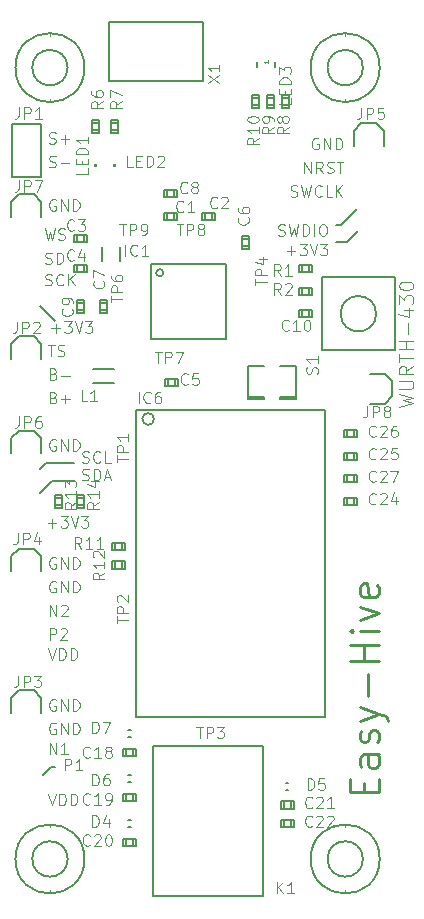
<source format=gbr>
G04 #@! TF.GenerationSoftware,KiCad,Pcbnew,5.0.2-bee76a0~70~ubuntu18.04.1*
G04 #@! TF.CreationDate,2019-10-21T17:09:24+02:00*
G04 #@! TF.ProjectId,easyhive_1_3,65617379-6869-4766-955f-315f332e6b69,rev?*
G04 #@! TF.SameCoordinates,Original*
G04 #@! TF.FileFunction,Legend,Top*
G04 #@! TF.FilePolarity,Positive*
%FSLAX46Y46*%
G04 Gerber Fmt 4.6, Leading zero omitted, Abs format (unit mm)*
G04 Created by KiCad (PCBNEW 5.0.2-bee76a0~70~ubuntu18.04.1) date Mo 21 Okt 2019 17:09:24 CEST*
%MOMM*%
%LPD*%
G01*
G04 APERTURE LIST*
%ADD10C,0.101600*%
%ADD11C,0.150000*%
%ADD12C,0.254000*%
%ADD13C,0.127000*%
%ADD14C,0.203200*%
%ADD15C,0.100000*%
%ADD16C,0.200000*%
%ADD17C,0.152400*%
%ADD18C,0.050800*%
%ADD19C,0.096520*%
%ADD20C,0.032512*%
G04 APERTURE END LIST*
D10*
X135933487Y-77894276D02*
X136071373Y-77940238D01*
X136301182Y-77940238D01*
X136393106Y-77894276D01*
X136439068Y-77848314D01*
X136485030Y-77756390D01*
X136485030Y-77664466D01*
X136439068Y-77572542D01*
X136393106Y-77526580D01*
X136301182Y-77480619D01*
X136117335Y-77434657D01*
X136025411Y-77388695D01*
X135979449Y-77342733D01*
X135933487Y-77250809D01*
X135933487Y-77158885D01*
X135979449Y-77066961D01*
X136025411Y-77021000D01*
X136117335Y-76975038D01*
X136347144Y-76975038D01*
X136485030Y-77021000D01*
X136898687Y-77572542D02*
X137634078Y-77572542D01*
X137266382Y-77940238D02*
X137266382Y-77204847D01*
X135933487Y-79894276D02*
X136071373Y-79940238D01*
X136301182Y-79940238D01*
X136393106Y-79894276D01*
X136439068Y-79848314D01*
X136485030Y-79756390D01*
X136485030Y-79664466D01*
X136439068Y-79572542D01*
X136393106Y-79526580D01*
X136301182Y-79480619D01*
X136117335Y-79434657D01*
X136025411Y-79388695D01*
X135979449Y-79342733D01*
X135933487Y-79250809D01*
X135933487Y-79158885D01*
X135979449Y-79066961D01*
X136025411Y-79021000D01*
X136117335Y-78975038D01*
X136347144Y-78975038D01*
X136485030Y-79021000D01*
X136898687Y-79572542D02*
X137634078Y-79572542D01*
X135570025Y-85110038D02*
X135799835Y-86075238D01*
X135983682Y-85385809D01*
X136167530Y-86075238D01*
X136397340Y-85110038D01*
X136719073Y-86029276D02*
X136856959Y-86075238D01*
X137086768Y-86075238D01*
X137178692Y-86029276D01*
X137224654Y-85983314D01*
X137270616Y-85891390D01*
X137270616Y-85799466D01*
X137224654Y-85707542D01*
X137178692Y-85661580D01*
X137086768Y-85615619D01*
X136902920Y-85569657D01*
X136810997Y-85523695D01*
X136765035Y-85477733D01*
X136719073Y-85385809D01*
X136719073Y-85293885D01*
X136765035Y-85201961D01*
X136810997Y-85156000D01*
X136902920Y-85110038D01*
X137132730Y-85110038D01*
X137270616Y-85156000D01*
X135615987Y-88076776D02*
X135753873Y-88122738D01*
X135983682Y-88122738D01*
X136075606Y-88076776D01*
X136121568Y-88030814D01*
X136167530Y-87938890D01*
X136167530Y-87846966D01*
X136121568Y-87755042D01*
X136075606Y-87709080D01*
X135983682Y-87663119D01*
X135799835Y-87617157D01*
X135707911Y-87571195D01*
X135661949Y-87525233D01*
X135615987Y-87433309D01*
X135615987Y-87341385D01*
X135661949Y-87249461D01*
X135707911Y-87203500D01*
X135799835Y-87157538D01*
X136029644Y-87157538D01*
X136167530Y-87203500D01*
X136581187Y-88122738D02*
X136581187Y-87157538D01*
X136810997Y-87157538D01*
X136948882Y-87203500D01*
X137040806Y-87295423D01*
X137086768Y-87387347D01*
X137132730Y-87571195D01*
X137132730Y-87709080D01*
X137086768Y-87892928D01*
X137040806Y-87984852D01*
X136948882Y-88076776D01*
X136810997Y-88122738D01*
X136581187Y-88122738D01*
X135615987Y-89894276D02*
X135753873Y-89940238D01*
X135983682Y-89940238D01*
X136075606Y-89894276D01*
X136121568Y-89848314D01*
X136167530Y-89756390D01*
X136167530Y-89664466D01*
X136121568Y-89572542D01*
X136075606Y-89526580D01*
X135983682Y-89480619D01*
X135799835Y-89434657D01*
X135707911Y-89388695D01*
X135661949Y-89342733D01*
X135615987Y-89250809D01*
X135615987Y-89158885D01*
X135661949Y-89066961D01*
X135707911Y-89021000D01*
X135799835Y-88975038D01*
X136029644Y-88975038D01*
X136167530Y-89021000D01*
X137132730Y-89848314D02*
X137086768Y-89894276D01*
X136948882Y-89940238D01*
X136856959Y-89940238D01*
X136719073Y-89894276D01*
X136627149Y-89802352D01*
X136581187Y-89710428D01*
X136535225Y-89526580D01*
X136535225Y-89388695D01*
X136581187Y-89204847D01*
X136627149Y-89112923D01*
X136719073Y-89021000D01*
X136856959Y-88975038D01*
X136948882Y-88975038D01*
X137086768Y-89021000D01*
X137132730Y-89066961D01*
X137546387Y-89940238D02*
X137546387Y-88975038D01*
X138097930Y-89940238D02*
X137684273Y-89388695D01*
X138097930Y-88975038D02*
X137546387Y-89526580D01*
X135841563Y-94975038D02*
X136393106Y-94975038D01*
X136117335Y-95940238D02*
X136117335Y-94975038D01*
X136668878Y-95894276D02*
X136806763Y-95940238D01*
X137036573Y-95940238D01*
X137128497Y-95894276D01*
X137174459Y-95848314D01*
X137220420Y-95756390D01*
X137220420Y-95664466D01*
X137174459Y-95572542D01*
X137128497Y-95526580D01*
X137036573Y-95480619D01*
X136852725Y-95434657D01*
X136760801Y-95388695D01*
X136714840Y-95342733D01*
X136668878Y-95250809D01*
X136668878Y-95158885D01*
X136714840Y-95066961D01*
X136760801Y-95021000D01*
X136852725Y-94975038D01*
X137082535Y-94975038D01*
X137220420Y-95021000D01*
X136301182Y-97434657D02*
X136439068Y-97480619D01*
X136485030Y-97526580D01*
X136530992Y-97618504D01*
X136530992Y-97756390D01*
X136485030Y-97848314D01*
X136439068Y-97894276D01*
X136347144Y-97940238D01*
X135979449Y-97940238D01*
X135979449Y-96975038D01*
X136301182Y-96975038D01*
X136393106Y-97021000D01*
X136439068Y-97066961D01*
X136485030Y-97158885D01*
X136485030Y-97250809D01*
X136439068Y-97342733D01*
X136393106Y-97388695D01*
X136301182Y-97434657D01*
X135979449Y-97434657D01*
X136944649Y-97572542D02*
X137680040Y-97572542D01*
X136301182Y-99434657D02*
X136439068Y-99480619D01*
X136485030Y-99526580D01*
X136530992Y-99618504D01*
X136530992Y-99756390D01*
X136485030Y-99848314D01*
X136439068Y-99894276D01*
X136347144Y-99940238D01*
X135979449Y-99940238D01*
X135979449Y-98975038D01*
X136301182Y-98975038D01*
X136393106Y-99021000D01*
X136439068Y-99066961D01*
X136485030Y-99158885D01*
X136485030Y-99250809D01*
X136439068Y-99342733D01*
X136393106Y-99388695D01*
X136301182Y-99434657D01*
X135979449Y-99434657D01*
X136944649Y-99572542D02*
X137680040Y-99572542D01*
X137312344Y-99940238D02*
X137312344Y-99204847D01*
X138750987Y-104894276D02*
X138888873Y-104940238D01*
X139118682Y-104940238D01*
X139210606Y-104894276D01*
X139256568Y-104848314D01*
X139302530Y-104756390D01*
X139302530Y-104664466D01*
X139256568Y-104572542D01*
X139210606Y-104526580D01*
X139118682Y-104480619D01*
X138934835Y-104434657D01*
X138842911Y-104388695D01*
X138796949Y-104342733D01*
X138750987Y-104250809D01*
X138750987Y-104158885D01*
X138796949Y-104066961D01*
X138842911Y-104021000D01*
X138934835Y-103975038D01*
X139164644Y-103975038D01*
X139302530Y-104021000D01*
X140267730Y-104848314D02*
X140221768Y-104894276D01*
X140083882Y-104940238D01*
X139991959Y-104940238D01*
X139854073Y-104894276D01*
X139762149Y-104802352D01*
X139716187Y-104710428D01*
X139670225Y-104526580D01*
X139670225Y-104388695D01*
X139716187Y-104204847D01*
X139762149Y-104112923D01*
X139854073Y-104021000D01*
X139991959Y-103975038D01*
X140083882Y-103975038D01*
X140221768Y-104021000D01*
X140267730Y-104066961D01*
X141141006Y-104940238D02*
X140681387Y-104940238D01*
X140681387Y-103975038D01*
X138750987Y-106394276D02*
X138888873Y-106440238D01*
X139118682Y-106440238D01*
X139210606Y-106394276D01*
X139256568Y-106348314D01*
X139302530Y-106256390D01*
X139302530Y-106164466D01*
X139256568Y-106072542D01*
X139210606Y-106026580D01*
X139118682Y-105980619D01*
X138934835Y-105934657D01*
X138842911Y-105888695D01*
X138796949Y-105842733D01*
X138750987Y-105750809D01*
X138750987Y-105658885D01*
X138796949Y-105566961D01*
X138842911Y-105521000D01*
X138934835Y-105475038D01*
X139164644Y-105475038D01*
X139302530Y-105521000D01*
X139716187Y-106440238D02*
X139716187Y-105475038D01*
X139945997Y-105475038D01*
X140083882Y-105521000D01*
X140175806Y-105612923D01*
X140221768Y-105704847D01*
X140267730Y-105888695D01*
X140267730Y-106026580D01*
X140221768Y-106210428D01*
X140175806Y-106302352D01*
X140083882Y-106394276D01*
X139945997Y-106440238D01*
X139716187Y-106440238D01*
X140635425Y-106164466D02*
X141095044Y-106164466D01*
X140543501Y-106440238D02*
X140865235Y-105475038D01*
X141186968Y-106440238D01*
X135979449Y-119940238D02*
X135979449Y-118975038D01*
X136347144Y-118975038D01*
X136439068Y-119021000D01*
X136485030Y-119066961D01*
X136530992Y-119158885D01*
X136530992Y-119296771D01*
X136485030Y-119388695D01*
X136439068Y-119434657D01*
X136347144Y-119480619D01*
X135979449Y-119480619D01*
X136898687Y-119066961D02*
X136944649Y-119021000D01*
X137036573Y-118975038D01*
X137266382Y-118975038D01*
X137358306Y-119021000D01*
X137404268Y-119066961D01*
X137450230Y-119158885D01*
X137450230Y-119250809D01*
X137404268Y-119388695D01*
X136852725Y-119940238D01*
X137450230Y-119940238D01*
X135979449Y-117940238D02*
X135979449Y-116975038D01*
X136530992Y-117940238D01*
X136530992Y-116975038D01*
X136944649Y-117066961D02*
X136990611Y-117021000D01*
X137082535Y-116975038D01*
X137312344Y-116975038D01*
X137404268Y-117021000D01*
X137450230Y-117066961D01*
X137496192Y-117158885D01*
X137496192Y-117250809D01*
X137450230Y-117388695D01*
X136898687Y-117940238D01*
X137496192Y-117940238D01*
X135979449Y-129622738D02*
X135979449Y-128657538D01*
X136530992Y-129622738D01*
X136530992Y-128657538D01*
X137496192Y-129622738D02*
X136944649Y-129622738D01*
X137220420Y-129622738D02*
X137220420Y-128657538D01*
X137128497Y-128795423D01*
X137036573Y-128887347D01*
X136944649Y-128933309D01*
X137249449Y-130987738D02*
X137249449Y-130022538D01*
X137617144Y-130022538D01*
X137709068Y-130068500D01*
X137755030Y-130114461D01*
X137800992Y-130206385D01*
X137800992Y-130344271D01*
X137755030Y-130436195D01*
X137709068Y-130482157D01*
X137617144Y-130528119D01*
X137249449Y-130528119D01*
X138720230Y-130987738D02*
X138168687Y-130987738D01*
X138444459Y-130987738D02*
X138444459Y-130022538D01*
X138352535Y-130160423D01*
X138260611Y-130252347D01*
X138168687Y-130298309D01*
X158728888Y-77503600D02*
X158636964Y-77457638D01*
X158499079Y-77457638D01*
X158361193Y-77503600D01*
X158269269Y-77595523D01*
X158223307Y-77687447D01*
X158177345Y-77871295D01*
X158177345Y-78009180D01*
X158223307Y-78193028D01*
X158269269Y-78284952D01*
X158361193Y-78376876D01*
X158499079Y-78422838D01*
X158591002Y-78422838D01*
X158728888Y-78376876D01*
X158774850Y-78330914D01*
X158774850Y-78009180D01*
X158591002Y-78009180D01*
X159188507Y-78422838D02*
X159188507Y-77457638D01*
X159740050Y-78422838D01*
X159740050Y-77457638D01*
X160199669Y-78422838D02*
X160199669Y-77457638D01*
X160429479Y-77457638D01*
X160567364Y-77503600D01*
X160659288Y-77595523D01*
X160705250Y-77687447D01*
X160751212Y-77871295D01*
X160751212Y-78009180D01*
X160705250Y-78193028D01*
X160659288Y-78284952D01*
X160567364Y-78376876D01*
X160429479Y-78422838D01*
X160199669Y-78422838D01*
X157533879Y-80422838D02*
X157533879Y-79457638D01*
X158085421Y-80422838D01*
X158085421Y-79457638D01*
X159096583Y-80422838D02*
X158774850Y-79963219D01*
X158545040Y-80422838D02*
X158545040Y-79457638D01*
X158912736Y-79457638D01*
X159004660Y-79503600D01*
X159050621Y-79549561D01*
X159096583Y-79641485D01*
X159096583Y-79779371D01*
X159050621Y-79871295D01*
X159004660Y-79917257D01*
X158912736Y-79963219D01*
X158545040Y-79963219D01*
X159464279Y-80376876D02*
X159602164Y-80422838D01*
X159831974Y-80422838D01*
X159923898Y-80376876D01*
X159969860Y-80330914D01*
X160015821Y-80238990D01*
X160015821Y-80147066D01*
X159969860Y-80055142D01*
X159923898Y-80009180D01*
X159831974Y-79963219D01*
X159648126Y-79917257D01*
X159556202Y-79871295D01*
X159510240Y-79825333D01*
X159464279Y-79733409D01*
X159464279Y-79641485D01*
X159510240Y-79549561D01*
X159556202Y-79503600D01*
X159648126Y-79457638D01*
X159877936Y-79457638D01*
X160015821Y-79503600D01*
X160291593Y-79457638D02*
X160843136Y-79457638D01*
X160567364Y-80422838D02*
X160567364Y-79457638D01*
X156384831Y-82376876D02*
X156522717Y-82422838D01*
X156752526Y-82422838D01*
X156844450Y-82376876D01*
X156890412Y-82330914D01*
X156936374Y-82238990D01*
X156936374Y-82147066D01*
X156890412Y-82055142D01*
X156844450Y-82009180D01*
X156752526Y-81963219D01*
X156568679Y-81917257D01*
X156476755Y-81871295D01*
X156430793Y-81825333D01*
X156384831Y-81733409D01*
X156384831Y-81641485D01*
X156430793Y-81549561D01*
X156476755Y-81503600D01*
X156568679Y-81457638D01*
X156798488Y-81457638D01*
X156936374Y-81503600D01*
X157258107Y-81457638D02*
X157487917Y-82422838D01*
X157671764Y-81733409D01*
X157855612Y-82422838D01*
X158085421Y-81457638D01*
X159004660Y-82330914D02*
X158958698Y-82376876D01*
X158820812Y-82422838D01*
X158728888Y-82422838D01*
X158591002Y-82376876D01*
X158499079Y-82284952D01*
X158453117Y-82193028D01*
X158407155Y-82009180D01*
X158407155Y-81871295D01*
X158453117Y-81687447D01*
X158499079Y-81595523D01*
X158591002Y-81503600D01*
X158728888Y-81457638D01*
X158820812Y-81457638D01*
X158958698Y-81503600D01*
X159004660Y-81549561D01*
X159877936Y-82422838D02*
X159418317Y-82422838D01*
X159418317Y-81457638D01*
X160199669Y-82422838D02*
X160199669Y-81457638D01*
X160751212Y-82422838D02*
X160337555Y-81871295D01*
X160751212Y-81457638D02*
X160199669Y-82009180D01*
X155343102Y-85694376D02*
X155480988Y-85740338D01*
X155710798Y-85740338D01*
X155802721Y-85694376D01*
X155848683Y-85648414D01*
X155894645Y-85556490D01*
X155894645Y-85464566D01*
X155848683Y-85372642D01*
X155802721Y-85326680D01*
X155710798Y-85280719D01*
X155526950Y-85234757D01*
X155435026Y-85188795D01*
X155389064Y-85142833D01*
X155343102Y-85050909D01*
X155343102Y-84958985D01*
X155389064Y-84867061D01*
X155435026Y-84821100D01*
X155526950Y-84775138D01*
X155756760Y-84775138D01*
X155894645Y-84821100D01*
X156216379Y-84775138D02*
X156446188Y-85740338D01*
X156630036Y-85050909D01*
X156813883Y-85740338D01*
X157043693Y-84775138D01*
X157411388Y-85740338D02*
X157411388Y-84775138D01*
X157641198Y-84775138D01*
X157779083Y-84821100D01*
X157871007Y-84913023D01*
X157916969Y-85004947D01*
X157962931Y-85188795D01*
X157962931Y-85326680D01*
X157916969Y-85510528D01*
X157871007Y-85602452D01*
X157779083Y-85694376D01*
X157641198Y-85740338D01*
X157411388Y-85740338D01*
X158376588Y-85740338D02*
X158376588Y-84775138D01*
X159020055Y-84775138D02*
X159203902Y-84775138D01*
X159295826Y-84821100D01*
X159387750Y-84913023D01*
X159433712Y-85096871D01*
X159433712Y-85418604D01*
X159387750Y-85602452D01*
X159295826Y-85694376D01*
X159203902Y-85740338D01*
X159020055Y-85740338D01*
X158928131Y-85694376D01*
X158836207Y-85602452D01*
X158790245Y-85418604D01*
X158790245Y-85096871D01*
X158836207Y-84913023D01*
X158928131Y-84821100D01*
X159020055Y-84775138D01*
X156034069Y-87007642D02*
X156769460Y-87007642D01*
X156401764Y-87375338D02*
X156401764Y-86639947D01*
X157137155Y-86410138D02*
X157734660Y-86410138D01*
X157412926Y-86777833D01*
X157550812Y-86777833D01*
X157642736Y-86823795D01*
X157688698Y-86869757D01*
X157734660Y-86961680D01*
X157734660Y-87191490D01*
X157688698Y-87283414D01*
X157642736Y-87329376D01*
X157550812Y-87375338D01*
X157275040Y-87375338D01*
X157183117Y-87329376D01*
X157137155Y-87283414D01*
X158010431Y-86410138D02*
X158332164Y-87375338D01*
X158653898Y-86410138D01*
X158883707Y-86410138D02*
X159481212Y-86410138D01*
X159159479Y-86777833D01*
X159297364Y-86777833D01*
X159389288Y-86823795D01*
X159435250Y-86869757D01*
X159481212Y-86961680D01*
X159481212Y-87191490D01*
X159435250Y-87283414D01*
X159389288Y-87329376D01*
X159297364Y-87375338D01*
X159021593Y-87375338D01*
X158929669Y-87329376D01*
X158883707Y-87283414D01*
D11*
X138001100Y-106503600D02*
X136183600Y-106503600D01*
X136183600Y-106503600D02*
X135183600Y-107503600D01*
X138001100Y-105003600D02*
X135683600Y-105003600D01*
X135683600Y-105003600D02*
X135183600Y-105503600D01*
X160683600Y-84821100D02*
X162001100Y-83503600D01*
X160183600Y-84821100D02*
X160683600Y-84821100D01*
D10*
X136485030Y-82703500D02*
X136393106Y-82657538D01*
X136255220Y-82657538D01*
X136117335Y-82703500D01*
X136025411Y-82795423D01*
X135979449Y-82887347D01*
X135933487Y-83071195D01*
X135933487Y-83209080D01*
X135979449Y-83392928D01*
X136025411Y-83484852D01*
X136117335Y-83576776D01*
X136255220Y-83622738D01*
X136347144Y-83622738D01*
X136485030Y-83576776D01*
X136530992Y-83530814D01*
X136530992Y-83209080D01*
X136347144Y-83209080D01*
X136944649Y-83622738D02*
X136944649Y-82657538D01*
X137496192Y-83622738D01*
X137496192Y-82657538D01*
X137955811Y-83622738D02*
X137955811Y-82657538D01*
X138185620Y-82657538D01*
X138323506Y-82703500D01*
X138415430Y-82795423D01*
X138461392Y-82887347D01*
X138507354Y-83071195D01*
X138507354Y-83209080D01*
X138461392Y-83392928D01*
X138415430Y-83484852D01*
X138323506Y-83576776D01*
X138185620Y-83622738D01*
X137955811Y-83622738D01*
X136485030Y-103021000D02*
X136393106Y-102975038D01*
X136255220Y-102975038D01*
X136117335Y-103021000D01*
X136025411Y-103112923D01*
X135979449Y-103204847D01*
X135933487Y-103388695D01*
X135933487Y-103526580D01*
X135979449Y-103710428D01*
X136025411Y-103802352D01*
X136117335Y-103894276D01*
X136255220Y-103940238D01*
X136347144Y-103940238D01*
X136485030Y-103894276D01*
X136530992Y-103848314D01*
X136530992Y-103526580D01*
X136347144Y-103526580D01*
X136944649Y-103940238D02*
X136944649Y-102975038D01*
X137496192Y-103940238D01*
X137496192Y-102975038D01*
X137955811Y-103940238D02*
X137955811Y-102975038D01*
X138185620Y-102975038D01*
X138323506Y-103021000D01*
X138415430Y-103112923D01*
X138461392Y-103204847D01*
X138507354Y-103388695D01*
X138507354Y-103526580D01*
X138461392Y-103710428D01*
X138415430Y-103802352D01*
X138323506Y-103894276D01*
X138185620Y-103940238D01*
X137955811Y-103940238D01*
X136485030Y-115021000D02*
X136393106Y-114975038D01*
X136255220Y-114975038D01*
X136117335Y-115021000D01*
X136025411Y-115112923D01*
X135979449Y-115204847D01*
X135933487Y-115388695D01*
X135933487Y-115526580D01*
X135979449Y-115710428D01*
X136025411Y-115802352D01*
X136117335Y-115894276D01*
X136255220Y-115940238D01*
X136347144Y-115940238D01*
X136485030Y-115894276D01*
X136530992Y-115848314D01*
X136530992Y-115526580D01*
X136347144Y-115526580D01*
X136944649Y-115940238D02*
X136944649Y-114975038D01*
X137496192Y-115940238D01*
X137496192Y-114975038D01*
X137955811Y-115940238D02*
X137955811Y-114975038D01*
X138185620Y-114975038D01*
X138323506Y-115021000D01*
X138415430Y-115112923D01*
X138461392Y-115204847D01*
X138507354Y-115388695D01*
X138507354Y-115526580D01*
X138461392Y-115710428D01*
X138415430Y-115802352D01*
X138323506Y-115894276D01*
X138185620Y-115940238D01*
X137955811Y-115940238D01*
X136485030Y-113021000D02*
X136393106Y-112975038D01*
X136255220Y-112975038D01*
X136117335Y-113021000D01*
X136025411Y-113112923D01*
X135979449Y-113204847D01*
X135933487Y-113388695D01*
X135933487Y-113526580D01*
X135979449Y-113710428D01*
X136025411Y-113802352D01*
X136117335Y-113894276D01*
X136255220Y-113940238D01*
X136347144Y-113940238D01*
X136485030Y-113894276D01*
X136530992Y-113848314D01*
X136530992Y-113526580D01*
X136347144Y-113526580D01*
X136944649Y-113940238D02*
X136944649Y-112975038D01*
X137496192Y-113940238D01*
X137496192Y-112975038D01*
X137955811Y-113940238D02*
X137955811Y-112975038D01*
X138185620Y-112975038D01*
X138323506Y-113021000D01*
X138415430Y-113112923D01*
X138461392Y-113204847D01*
X138507354Y-113388695D01*
X138507354Y-113526580D01*
X138461392Y-113710428D01*
X138415430Y-113802352D01*
X138323506Y-113894276D01*
X138185620Y-113940238D01*
X137955811Y-113940238D01*
X136485030Y-127021000D02*
X136393106Y-126975038D01*
X136255220Y-126975038D01*
X136117335Y-127021000D01*
X136025411Y-127112923D01*
X135979449Y-127204847D01*
X135933487Y-127388695D01*
X135933487Y-127526580D01*
X135979449Y-127710428D01*
X136025411Y-127802352D01*
X136117335Y-127894276D01*
X136255220Y-127940238D01*
X136347144Y-127940238D01*
X136485030Y-127894276D01*
X136530992Y-127848314D01*
X136530992Y-127526580D01*
X136347144Y-127526580D01*
X136944649Y-127940238D02*
X136944649Y-126975038D01*
X137496192Y-127940238D01*
X137496192Y-126975038D01*
X137955811Y-127940238D02*
X137955811Y-126975038D01*
X138185620Y-126975038D01*
X138323506Y-127021000D01*
X138415430Y-127112923D01*
X138461392Y-127204847D01*
X138507354Y-127388695D01*
X138507354Y-127526580D01*
X138461392Y-127710428D01*
X138415430Y-127802352D01*
X138323506Y-127894276D01*
X138185620Y-127940238D01*
X137955811Y-127940238D01*
X136485030Y-125021000D02*
X136393106Y-124975038D01*
X136255220Y-124975038D01*
X136117335Y-125021000D01*
X136025411Y-125112923D01*
X135979449Y-125204847D01*
X135933487Y-125388695D01*
X135933487Y-125526580D01*
X135979449Y-125710428D01*
X136025411Y-125802352D01*
X136117335Y-125894276D01*
X136255220Y-125940238D01*
X136347144Y-125940238D01*
X136485030Y-125894276D01*
X136530992Y-125848314D01*
X136530992Y-125526580D01*
X136347144Y-125526580D01*
X136944649Y-125940238D02*
X136944649Y-124975038D01*
X137496192Y-125940238D01*
X137496192Y-124975038D01*
X137955811Y-125940238D02*
X137955811Y-124975038D01*
X138185620Y-124975038D01*
X138323506Y-125021000D01*
X138415430Y-125112923D01*
X138461392Y-125204847D01*
X138507354Y-125388695D01*
X138507354Y-125526580D01*
X138461392Y-125710428D01*
X138415430Y-125802352D01*
X138323506Y-125894276D01*
X138185620Y-125940238D01*
X137955811Y-125940238D01*
X135841563Y-120657538D02*
X136163297Y-121622738D01*
X136485030Y-120657538D01*
X136806763Y-121622738D02*
X136806763Y-120657538D01*
X137036573Y-120657538D01*
X137174459Y-120703500D01*
X137266382Y-120795423D01*
X137312344Y-120887347D01*
X137358306Y-121071195D01*
X137358306Y-121209080D01*
X137312344Y-121392928D01*
X137266382Y-121484852D01*
X137174459Y-121576776D01*
X137036573Y-121622738D01*
X136806763Y-121622738D01*
X137771963Y-121622738D02*
X137771963Y-120657538D01*
X138001773Y-120657538D01*
X138139659Y-120703500D01*
X138231582Y-120795423D01*
X138277544Y-120887347D01*
X138323506Y-121071195D01*
X138323506Y-121209080D01*
X138277544Y-121392928D01*
X138231582Y-121484852D01*
X138139659Y-121576776D01*
X138001773Y-121622738D01*
X137771963Y-121622738D01*
X135841563Y-132975038D02*
X136163297Y-133940238D01*
X136485030Y-132975038D01*
X136806763Y-133940238D02*
X136806763Y-132975038D01*
X137036573Y-132975038D01*
X137174459Y-133021000D01*
X137266382Y-133112923D01*
X137312344Y-133204847D01*
X137358306Y-133388695D01*
X137358306Y-133526580D01*
X137312344Y-133710428D01*
X137266382Y-133802352D01*
X137174459Y-133894276D01*
X137036573Y-133940238D01*
X136806763Y-133940238D01*
X137771963Y-133940238D02*
X137771963Y-132975038D01*
X138001773Y-132975038D01*
X138139659Y-133021000D01*
X138231582Y-133112923D01*
X138277544Y-133204847D01*
X138323506Y-133388695D01*
X138323506Y-133526580D01*
X138277544Y-133710428D01*
X138231582Y-133802352D01*
X138139659Y-133894276D01*
X138001773Y-133940238D01*
X137771963Y-133940238D01*
X136129449Y-93575042D02*
X136864840Y-93575042D01*
X136497144Y-93942738D02*
X136497144Y-93207347D01*
X137232535Y-92977538D02*
X137830040Y-92977538D01*
X137508306Y-93345233D01*
X137646192Y-93345233D01*
X137738116Y-93391195D01*
X137784078Y-93437157D01*
X137830040Y-93529080D01*
X137830040Y-93758890D01*
X137784078Y-93850814D01*
X137738116Y-93896776D01*
X137646192Y-93942738D01*
X137370420Y-93942738D01*
X137278497Y-93896776D01*
X137232535Y-93850814D01*
X138105811Y-92977538D02*
X138427544Y-93942738D01*
X138749278Y-92977538D01*
X138979087Y-92977538D02*
X139576592Y-92977538D01*
X139254859Y-93345233D01*
X139392744Y-93345233D01*
X139484668Y-93391195D01*
X139530630Y-93437157D01*
X139576592Y-93529080D01*
X139576592Y-93758890D01*
X139530630Y-93850814D01*
X139484668Y-93896776D01*
X139392744Y-93942738D01*
X139116973Y-93942738D01*
X139025049Y-93896776D01*
X138979087Y-93850814D01*
X135796949Y-110072542D02*
X136532340Y-110072542D01*
X136164644Y-110440238D02*
X136164644Y-109704847D01*
X136900035Y-109475038D02*
X137497540Y-109475038D01*
X137175806Y-109842733D01*
X137313692Y-109842733D01*
X137405616Y-109888695D01*
X137451578Y-109934657D01*
X137497540Y-110026580D01*
X137497540Y-110256390D01*
X137451578Y-110348314D01*
X137405616Y-110394276D01*
X137313692Y-110440238D01*
X137037920Y-110440238D01*
X136945997Y-110394276D01*
X136900035Y-110348314D01*
X137773311Y-109475038D02*
X138095044Y-110440238D01*
X138416778Y-109475038D01*
X138646587Y-109475038D02*
X139244092Y-109475038D01*
X138922359Y-109842733D01*
X139060244Y-109842733D01*
X139152168Y-109888695D01*
X139198130Y-109934657D01*
X139244092Y-110026580D01*
X139244092Y-110256390D01*
X139198130Y-110348314D01*
X139152168Y-110394276D01*
X139060244Y-110440238D01*
X138784473Y-110440238D01*
X138692549Y-110394276D01*
X138646587Y-110348314D01*
D11*
X135446100Y-131391100D02*
X136081100Y-130756100D01*
X136081100Y-130756100D02*
X136398600Y-130756100D01*
X160211100Y-86306100D02*
X161163600Y-86306100D01*
X161163600Y-86306100D02*
X162116100Y-85353600D01*
X135128600Y-91703600D02*
X136398600Y-92973600D01*
D12*
X162578742Y-132873976D02*
X162578742Y-132069642D01*
X163842695Y-131724928D02*
X163842695Y-132873976D01*
X161429695Y-132873976D01*
X161429695Y-131724928D01*
X163842695Y-129656642D02*
X162578742Y-129656642D01*
X162348933Y-129771547D01*
X162234028Y-130001357D01*
X162234028Y-130460976D01*
X162348933Y-130690785D01*
X163727790Y-129656642D02*
X163842695Y-129886452D01*
X163842695Y-130460976D01*
X163727790Y-130690785D01*
X163497980Y-130805690D01*
X163268171Y-130805690D01*
X163038361Y-130690785D01*
X162923457Y-130460976D01*
X162923457Y-129886452D01*
X162808552Y-129656642D01*
X163727790Y-128622500D02*
X163842695Y-128392690D01*
X163842695Y-127933071D01*
X163727790Y-127703261D01*
X163497980Y-127588357D01*
X163383076Y-127588357D01*
X163153266Y-127703261D01*
X163038361Y-127933071D01*
X163038361Y-128277785D01*
X162923457Y-128507595D01*
X162693647Y-128622500D01*
X162578742Y-128622500D01*
X162348933Y-128507595D01*
X162234028Y-128277785D01*
X162234028Y-127933071D01*
X162348933Y-127703261D01*
X162234028Y-126784023D02*
X163842695Y-126209500D01*
X162234028Y-125634976D02*
X163842695Y-126209500D01*
X164417219Y-126439309D01*
X164532123Y-126554214D01*
X164647028Y-126784023D01*
X162923457Y-124715738D02*
X162923457Y-122877261D01*
X163842695Y-121728214D02*
X161429695Y-121728214D01*
X162578742Y-121728214D02*
X162578742Y-120349357D01*
X163842695Y-120349357D02*
X161429695Y-120349357D01*
X163842695Y-119200309D02*
X162234028Y-119200309D01*
X161429695Y-119200309D02*
X161544600Y-119315214D01*
X161659504Y-119200309D01*
X161544600Y-119085404D01*
X161429695Y-119200309D01*
X161659504Y-119200309D01*
X162234028Y-118281071D02*
X163842695Y-117706547D01*
X162234028Y-117132023D01*
X163727790Y-115293547D02*
X163842695Y-115523357D01*
X163842695Y-115982976D01*
X163727790Y-116212785D01*
X163497980Y-116327690D01*
X162578742Y-116327690D01*
X162348933Y-116212785D01*
X162234028Y-115982976D01*
X162234028Y-115523357D01*
X162348933Y-115293547D01*
X162578742Y-115178642D01*
X162808552Y-115178642D01*
X163038361Y-116327690D01*
D13*
G04 #@! TO.C,IC1*
X145596100Y-88868600D02*
G75*
G03X145596100Y-88868600I-300000J0D01*
G01*
X144596100Y-88168600D02*
X150896100Y-88168600D01*
X144596100Y-94468600D02*
X144596100Y-88168600D01*
X150896100Y-94468600D02*
X144596100Y-94468600D01*
X150896100Y-88168600D02*
X150896100Y-94468600D01*
G04 #@! TO.C,C2*
X149716100Y-84383600D02*
X149716100Y-83783600D01*
X149116100Y-84383600D02*
X149116100Y-83783600D01*
X149716100Y-84383600D02*
X149966100Y-84383600D01*
X149116100Y-84383600D02*
X149716100Y-84383600D01*
X148866100Y-84383600D02*
X149116100Y-84383600D01*
X149716100Y-83783600D02*
X149966100Y-83783600D01*
X149116100Y-83783600D02*
X149716100Y-83783600D01*
X148866100Y-83783600D02*
X149116100Y-83783600D01*
X149966100Y-84383600D02*
X149966100Y-83783600D01*
X148866100Y-84383600D02*
X148866100Y-83783600D01*
G04 #@! TO.C,C3*
X138321100Y-85688600D02*
X138321100Y-86288600D01*
X138921100Y-85688600D02*
X138921100Y-86288600D01*
X138321100Y-85688600D02*
X138071100Y-85688600D01*
X138921100Y-85688600D02*
X138321100Y-85688600D01*
X139171100Y-85688600D02*
X138921100Y-85688600D01*
X138321100Y-86288600D02*
X138071100Y-86288600D01*
X138921100Y-86288600D02*
X138321100Y-86288600D01*
X139171100Y-86288600D02*
X138921100Y-86288600D01*
X138071100Y-85688600D02*
X138071100Y-86288600D01*
X139171100Y-85688600D02*
X139171100Y-86288600D01*
G04 #@! TO.C,C4*
X138321100Y-88228600D02*
X138321100Y-88828600D01*
X138921100Y-88228600D02*
X138921100Y-88828600D01*
X138321100Y-88228600D02*
X138071100Y-88228600D01*
X138921100Y-88228600D02*
X138321100Y-88228600D01*
X139171100Y-88228600D02*
X138921100Y-88228600D01*
X138321100Y-88828600D02*
X138071100Y-88828600D01*
X138921100Y-88828600D02*
X138321100Y-88828600D01*
X139171100Y-88828600D02*
X138921100Y-88828600D01*
X138071100Y-88228600D02*
X138071100Y-88828600D01*
X139171100Y-88228600D02*
X139171100Y-88828600D01*
G04 #@! TO.C,C5*
X146000000Y-97900000D02*
X146000000Y-98500000D01*
X146600000Y-97900000D02*
X146600000Y-98500000D01*
X146000000Y-97900000D02*
X145750000Y-97900000D01*
X146600000Y-97900000D02*
X146000000Y-97900000D01*
X146850000Y-97900000D02*
X146600000Y-97900000D01*
X146000000Y-98500000D02*
X145750000Y-98500000D01*
X146600000Y-98500000D02*
X146000000Y-98500000D01*
X146850000Y-98500000D02*
X146600000Y-98500000D01*
X145750000Y-97900000D02*
X145750000Y-98500000D01*
X146850000Y-97900000D02*
X146850000Y-98500000D01*
G04 #@! TO.C,C6*
X152891100Y-86006100D02*
X152291100Y-86006100D01*
X152891100Y-86606100D02*
X152291100Y-86606100D01*
X152891100Y-86006100D02*
X152891100Y-85756100D01*
X152891100Y-86606100D02*
X152891100Y-86006100D01*
X152891100Y-86856100D02*
X152891100Y-86606100D01*
X152291100Y-86006100D02*
X152291100Y-85756100D01*
X152291100Y-86606100D02*
X152291100Y-86006100D01*
X152291100Y-86856100D02*
X152291100Y-86606100D01*
X152891100Y-85756100D02*
X152291100Y-85756100D01*
X152891100Y-86856100D02*
X152291100Y-86856100D01*
G04 #@! TO.C,C7*
X140226100Y-92003600D02*
X140826100Y-92003600D01*
X140226100Y-91403600D02*
X140826100Y-91403600D01*
X140226100Y-92003600D02*
X140226100Y-92253600D01*
X140226100Y-91403600D02*
X140226100Y-92003600D01*
X140226100Y-91153600D02*
X140226100Y-91403600D01*
X140826100Y-92003600D02*
X140826100Y-92253600D01*
X140826100Y-91403600D02*
X140826100Y-92003600D01*
X140826100Y-91153600D02*
X140826100Y-91403600D01*
X140226100Y-92253600D02*
X140826100Y-92253600D01*
X140226100Y-91153600D02*
X140826100Y-91153600D01*
G04 #@! TO.C,C1*
X145941100Y-83783600D02*
X145941100Y-84383600D01*
X146541100Y-83783600D02*
X146541100Y-84383600D01*
X145941100Y-83783600D02*
X145691100Y-83783600D01*
X146541100Y-83783600D02*
X145941100Y-83783600D01*
X146791100Y-83783600D02*
X146541100Y-83783600D01*
X145941100Y-84383600D02*
X145691100Y-84383600D01*
X146541100Y-84383600D02*
X145941100Y-84383600D01*
X146791100Y-84383600D02*
X146541100Y-84383600D01*
X145691100Y-83783600D02*
X145691100Y-84383600D01*
X146791100Y-83783600D02*
X146791100Y-84383600D01*
G04 #@! TO.C,C8*
X145941100Y-81878600D02*
X145941100Y-82478600D01*
X146541100Y-81878600D02*
X146541100Y-82478600D01*
X145941100Y-81878600D02*
X145691100Y-81878600D01*
X146541100Y-81878600D02*
X145941100Y-81878600D01*
X146791100Y-81878600D02*
X146541100Y-81878600D01*
X145941100Y-82478600D02*
X145691100Y-82478600D01*
X146541100Y-82478600D02*
X145941100Y-82478600D01*
X146791100Y-82478600D02*
X146541100Y-82478600D01*
X145691100Y-81878600D02*
X145691100Y-82478600D01*
X146791100Y-81878600D02*
X146791100Y-82478600D01*
D14*
G04 #@! TO.C,L1*
X141450000Y-97000000D02*
X139650000Y-97000000D01*
X139650000Y-98200000D02*
X141450000Y-98200000D01*
D13*
G04 #@! TO.C,C9*
X138321100Y-92003600D02*
X138921100Y-92003600D01*
X138321100Y-91403600D02*
X138921100Y-91403600D01*
X138321100Y-92003600D02*
X138321100Y-92253600D01*
X138321100Y-91403600D02*
X138321100Y-92003600D01*
X138321100Y-91153600D02*
X138321100Y-91403600D01*
X138921100Y-92003600D02*
X138921100Y-92253600D01*
X138921100Y-91403600D02*
X138921100Y-92003600D01*
X138921100Y-91153600D02*
X138921100Y-91403600D01*
X138321100Y-92253600D02*
X138921100Y-92253600D01*
X138321100Y-91153600D02*
X138921100Y-91153600D01*
G04 #@! TO.C,C10*
X157371100Y-92038600D02*
X157371100Y-92638600D01*
X157971100Y-92038600D02*
X157971100Y-92638600D01*
X157371100Y-92038600D02*
X157121100Y-92038600D01*
X157971100Y-92038600D02*
X157371100Y-92038600D01*
X158221100Y-92038600D02*
X157971100Y-92038600D01*
X157371100Y-92638600D02*
X157121100Y-92638600D01*
X157971100Y-92638600D02*
X157371100Y-92638600D01*
X158221100Y-92638600D02*
X157971100Y-92638600D01*
X157121100Y-92038600D02*
X157121100Y-92638600D01*
X158221100Y-92038600D02*
X158221100Y-92638600D01*
G04 #@! TO.C,R1*
X157371100Y-88228600D02*
X157371100Y-88828600D01*
X157971100Y-88228600D02*
X157971100Y-88828600D01*
X157371100Y-88228600D02*
X157121100Y-88228600D01*
X157971100Y-88228600D02*
X157371100Y-88228600D01*
X158221100Y-88228600D02*
X157971100Y-88228600D01*
X157371100Y-88828600D02*
X157121100Y-88828600D01*
X157971100Y-88828600D02*
X157371100Y-88828600D01*
X158221100Y-88828600D02*
X157971100Y-88828600D01*
X157121100Y-88228600D02*
X157121100Y-88828600D01*
X158221100Y-88228600D02*
X158221100Y-88828600D01*
G04 #@! TO.C,R2*
X157971100Y-90733600D02*
X157971100Y-90133600D01*
X157371100Y-90733600D02*
X157371100Y-90133600D01*
X157971100Y-90733600D02*
X158221100Y-90733600D01*
X157371100Y-90733600D02*
X157971100Y-90733600D01*
X157121100Y-90733600D02*
X157371100Y-90733600D01*
X157971100Y-90133600D02*
X158221100Y-90133600D01*
X157371100Y-90133600D02*
X157971100Y-90133600D01*
X157121100Y-90133600D02*
X157371100Y-90133600D01*
X158221100Y-90733600D02*
X158221100Y-90133600D01*
X157121100Y-90733600D02*
X157121100Y-90133600D01*
G04 #@! TO.C,S1*
X163616100Y-92338600D02*
G75*
G03X163616100Y-92338600I-1500000J0D01*
G01*
X165216100Y-95438600D02*
X165216100Y-89238600D01*
X159016100Y-95438600D02*
X165216100Y-95438600D01*
X159016100Y-89238600D02*
X159016100Y-95438600D01*
X165216100Y-89238600D02*
X159016100Y-89238600D01*
G04 #@! TO.C,X1*
X140971100Y-67637600D02*
X148971100Y-67637600D01*
X140971100Y-72637600D02*
X140971100Y-67637600D01*
X148971100Y-72637600D02*
X140971100Y-72637600D01*
X148971100Y-67637600D02*
X148971100Y-72637600D01*
G04 #@! TO.C,JP1*
X135251100Y-80753600D02*
X132751100Y-80753600D01*
X135251100Y-76253600D02*
X135251100Y-80753600D01*
X132751100Y-76253600D02*
X135251100Y-76253600D01*
X132751100Y-80753600D02*
X132751100Y-76253600D01*
D14*
G04 #@! TO.C,JP2*
X132731100Y-96138600D02*
X132731100Y-94868600D01*
X133366100Y-94233600D02*
X132731100Y-94868600D01*
X135271100Y-94868600D02*
X134636100Y-94233600D01*
X134636100Y-94233600D02*
X133366100Y-94233600D01*
X135271100Y-94868600D02*
X135271100Y-96138600D01*
D15*
G04 #@! TO.C,LED1*
G36*
X140016100Y-79638600D02*
X139766100Y-79638600D01*
X139766100Y-79888600D01*
X140016100Y-79888600D01*
X140016100Y-79638600D01*
G37*
G04 #@! TO.C,LED2*
G36*
X141603600Y-79638600D02*
X141353600Y-79638600D01*
X141353600Y-79888600D01*
X141603600Y-79888600D01*
X141603600Y-79638600D01*
G37*
D13*
G04 #@! TO.C,R6*
X140191100Y-76163600D02*
X139591100Y-76163600D01*
X140191100Y-76763600D02*
X139591100Y-76763600D01*
X140191100Y-76163600D02*
X140191100Y-75913600D01*
X140191100Y-76763600D02*
X140191100Y-76163600D01*
X140191100Y-77013600D02*
X140191100Y-76763600D01*
X139591100Y-76163600D02*
X139591100Y-75913600D01*
X139591100Y-76763600D02*
X139591100Y-76163600D01*
X139591100Y-77013600D02*
X139591100Y-76763600D01*
X140191100Y-75913600D02*
X139591100Y-75913600D01*
X140191100Y-77013600D02*
X139591100Y-77013600D01*
G04 #@! TO.C,R7*
X141778600Y-76163600D02*
X141178600Y-76163600D01*
X141778600Y-76763600D02*
X141178600Y-76763600D01*
X141778600Y-76163600D02*
X141778600Y-75913600D01*
X141778600Y-76763600D02*
X141778600Y-76163600D01*
X141778600Y-77013600D02*
X141778600Y-76763600D01*
X141178600Y-76163600D02*
X141178600Y-75913600D01*
X141178600Y-76763600D02*
X141178600Y-76163600D01*
X141178600Y-77013600D02*
X141178600Y-76763600D01*
X141778600Y-75913600D02*
X141178600Y-75913600D01*
X141778600Y-77013600D02*
X141178600Y-77013600D01*
G04 #@! TO.C,LED3*
X153496100Y-71013600D02*
X153496100Y-71413600D01*
X155096100Y-71013600D02*
X155096100Y-71413600D01*
G04 #@! TO.C,R8*
X155631100Y-74688600D02*
X156231100Y-74688600D01*
X155631100Y-74088600D02*
X156231100Y-74088600D01*
X155631100Y-74688600D02*
X155631100Y-74938600D01*
X155631100Y-74088600D02*
X155631100Y-74688600D01*
X155631100Y-73838600D02*
X155631100Y-74088600D01*
X156231100Y-74688600D02*
X156231100Y-74938600D01*
X156231100Y-74088600D02*
X156231100Y-74688600D01*
X156231100Y-73838600D02*
X156231100Y-74088600D01*
X155631100Y-74938600D02*
X156231100Y-74938600D01*
X155631100Y-73838600D02*
X156231100Y-73838600D01*
G04 #@! TO.C,R9*
X154361100Y-74688600D02*
X154961100Y-74688600D01*
X154361100Y-74088600D02*
X154961100Y-74088600D01*
X154361100Y-74688600D02*
X154361100Y-74938600D01*
X154361100Y-74088600D02*
X154361100Y-74688600D01*
X154361100Y-73838600D02*
X154361100Y-74088600D01*
X154961100Y-74688600D02*
X154961100Y-74938600D01*
X154961100Y-74088600D02*
X154961100Y-74688600D01*
X154961100Y-73838600D02*
X154961100Y-74088600D01*
X154361100Y-74938600D02*
X154961100Y-74938600D01*
X154361100Y-73838600D02*
X154961100Y-73838600D01*
G04 #@! TO.C,R10*
X153091100Y-74688600D02*
X153691100Y-74688600D01*
X153091100Y-74088600D02*
X153691100Y-74088600D01*
X153091100Y-74688600D02*
X153091100Y-74938600D01*
X153091100Y-74088600D02*
X153091100Y-74688600D01*
X153091100Y-73838600D02*
X153091100Y-74088600D01*
X153691100Y-74688600D02*
X153691100Y-74938600D01*
X153691100Y-74088600D02*
X153691100Y-74688600D01*
X153691100Y-73838600D02*
X153691100Y-74088600D01*
X153091100Y-74938600D02*
X153691100Y-74938600D01*
X153091100Y-73838600D02*
X153691100Y-73838600D01*
G04 #@! TO.C,Q1*
X140411100Y-86658600D02*
X140411100Y-87858600D01*
X141911100Y-86658600D02*
X141911100Y-87858600D01*
G04 #@! TO.C,K1*
X144766100Y-141668600D02*
X144766100Y-128958600D01*
X154066100Y-141668600D02*
X144766100Y-141668600D01*
X154066100Y-128958600D02*
X154066100Y-141668600D01*
X144766100Y-128958600D02*
X154066100Y-128958600D01*
D16*
G04 #@! TO.C,IC6*
X144821100Y-101248600D02*
G75*
G03X144821100Y-101248600I-500000J0D01*
G01*
D13*
X143321100Y-126498600D02*
X143321100Y-100498600D01*
X159321100Y-126498600D02*
X143321100Y-126498600D01*
X159321100Y-100498600D02*
X159321100Y-126498600D01*
X143321100Y-100498600D02*
X159321100Y-100498600D01*
G04 #@! TO.C,C18*
X142448600Y-129186100D02*
X142448600Y-129786100D01*
X143048600Y-129186100D02*
X143048600Y-129786100D01*
X142448600Y-129186100D02*
X142198600Y-129186100D01*
X143048600Y-129186100D02*
X142448600Y-129186100D01*
X143298600Y-129186100D02*
X143048600Y-129186100D01*
X142448600Y-129786100D02*
X142198600Y-129786100D01*
X143048600Y-129786100D02*
X142448600Y-129786100D01*
X143298600Y-129786100D02*
X143048600Y-129786100D01*
X142198600Y-129186100D02*
X142198600Y-129786100D01*
X143298600Y-129186100D02*
X143298600Y-129786100D01*
G04 #@! TO.C,C19*
X142448600Y-132996100D02*
X142448600Y-133596100D01*
X143048600Y-132996100D02*
X143048600Y-133596100D01*
X142448600Y-132996100D02*
X142198600Y-132996100D01*
X143048600Y-132996100D02*
X142448600Y-132996100D01*
X143298600Y-132996100D02*
X143048600Y-132996100D01*
X142448600Y-133596100D02*
X142198600Y-133596100D01*
X143048600Y-133596100D02*
X142448600Y-133596100D01*
X143298600Y-133596100D02*
X143048600Y-133596100D01*
X142198600Y-132996100D02*
X142198600Y-133596100D01*
X143298600Y-132996100D02*
X143298600Y-133596100D01*
G04 #@! TO.C,C20*
X142448600Y-136806100D02*
X142448600Y-137406100D01*
X143048600Y-136806100D02*
X143048600Y-137406100D01*
X142448600Y-136806100D02*
X142198600Y-136806100D01*
X143048600Y-136806100D02*
X142448600Y-136806100D01*
X143298600Y-136806100D02*
X143048600Y-136806100D01*
X142448600Y-137406100D02*
X142198600Y-137406100D01*
X143048600Y-137406100D02*
X142448600Y-137406100D01*
X143298600Y-137406100D02*
X143048600Y-137406100D01*
X142198600Y-136806100D02*
X142198600Y-137406100D01*
X143298600Y-136806100D02*
X143298600Y-137406100D01*
G04 #@! TO.C,C21*
X156383600Y-134231100D02*
X156383600Y-133631100D01*
X155783600Y-134231100D02*
X155783600Y-133631100D01*
X156383600Y-134231100D02*
X156633600Y-134231100D01*
X155783600Y-134231100D02*
X156383600Y-134231100D01*
X155533600Y-134231100D02*
X155783600Y-134231100D01*
X156383600Y-133631100D02*
X156633600Y-133631100D01*
X155783600Y-133631100D02*
X156383600Y-133631100D01*
X155533600Y-133631100D02*
X155783600Y-133631100D01*
X156633600Y-134231100D02*
X156633600Y-133631100D01*
X155533600Y-134231100D02*
X155533600Y-133631100D01*
G04 #@! TO.C,C22*
X156383600Y-135818600D02*
X156383600Y-135218600D01*
X155783600Y-135818600D02*
X155783600Y-135218600D01*
X156383600Y-135818600D02*
X156633600Y-135818600D01*
X155783600Y-135818600D02*
X156383600Y-135818600D01*
X155533600Y-135818600D02*
X155783600Y-135818600D01*
X156383600Y-135218600D02*
X156633600Y-135218600D01*
X155783600Y-135218600D02*
X156383600Y-135218600D01*
X155533600Y-135218600D02*
X155783600Y-135218600D01*
X156633600Y-135818600D02*
X156633600Y-135218600D01*
X155533600Y-135818600D02*
X155533600Y-135218600D01*
G04 #@! TO.C,D5*
X155983600Y-132643600D02*
X156183600Y-132643600D01*
X155983600Y-132043600D02*
X156183600Y-132043600D01*
G04 #@! TO.C,D4*
X142848600Y-135218600D02*
X142648600Y-135218600D01*
X142848600Y-135818600D02*
X142648600Y-135818600D01*
G04 #@! TO.C,D6*
X142848600Y-131408600D02*
X142648600Y-131408600D01*
X142848600Y-132008600D02*
X142648600Y-132008600D01*
G04 #@! TO.C,D7*
X142848600Y-127598600D02*
X142648600Y-127598600D01*
X142848600Y-128198600D02*
X142648600Y-128198600D01*
G04 #@! TO.C,C24*
X161781100Y-108513600D02*
X161781100Y-107913600D01*
X161181100Y-108513600D02*
X161181100Y-107913600D01*
X161781100Y-108513600D02*
X162031100Y-108513600D01*
X161181100Y-108513600D02*
X161781100Y-108513600D01*
X160931100Y-108513600D02*
X161181100Y-108513600D01*
X161781100Y-107913600D02*
X162031100Y-107913600D01*
X161181100Y-107913600D02*
X161781100Y-107913600D01*
X160931100Y-107913600D02*
X161181100Y-107913600D01*
X162031100Y-108513600D02*
X162031100Y-107913600D01*
X160931100Y-108513600D02*
X160931100Y-107913600D01*
G04 #@! TO.C,C25*
X161781100Y-104703600D02*
X161781100Y-104103600D01*
X161181100Y-104703600D02*
X161181100Y-104103600D01*
X161781100Y-104703600D02*
X162031100Y-104703600D01*
X161181100Y-104703600D02*
X161781100Y-104703600D01*
X160931100Y-104703600D02*
X161181100Y-104703600D01*
X161781100Y-104103600D02*
X162031100Y-104103600D01*
X161181100Y-104103600D02*
X161781100Y-104103600D01*
X160931100Y-104103600D02*
X161181100Y-104103600D01*
X162031100Y-104703600D02*
X162031100Y-104103600D01*
X160931100Y-104703600D02*
X160931100Y-104103600D01*
G04 #@! TO.C,C26*
X161781100Y-102798600D02*
X161781100Y-102198600D01*
X161181100Y-102798600D02*
X161181100Y-102198600D01*
X161781100Y-102798600D02*
X162031100Y-102798600D01*
X161181100Y-102798600D02*
X161781100Y-102798600D01*
X160931100Y-102798600D02*
X161181100Y-102798600D01*
X161781100Y-102198600D02*
X162031100Y-102198600D01*
X161181100Y-102198600D02*
X161781100Y-102198600D01*
X160931100Y-102198600D02*
X161181100Y-102198600D01*
X162031100Y-102798600D02*
X162031100Y-102198600D01*
X160931100Y-102798600D02*
X160931100Y-102198600D01*
G04 #@! TO.C,R11*
X141496100Y-111723600D02*
X141496100Y-112323600D01*
X142096100Y-111723600D02*
X142096100Y-112323600D01*
X141496100Y-111723600D02*
X141246100Y-111723600D01*
X142096100Y-111723600D02*
X141496100Y-111723600D01*
X142346100Y-111723600D02*
X142096100Y-111723600D01*
X141496100Y-112323600D02*
X141246100Y-112323600D01*
X142096100Y-112323600D02*
X141496100Y-112323600D01*
X142346100Y-112323600D02*
X142096100Y-112323600D01*
X141246100Y-111723600D02*
X141246100Y-112323600D01*
X142346100Y-111723600D02*
X142346100Y-112323600D01*
G04 #@! TO.C,R12*
X141496100Y-113311100D02*
X141496100Y-113911100D01*
X142096100Y-113311100D02*
X142096100Y-113911100D01*
X141496100Y-113311100D02*
X141246100Y-113311100D01*
X142096100Y-113311100D02*
X141496100Y-113311100D01*
X142346100Y-113311100D02*
X142096100Y-113311100D01*
X141496100Y-113911100D02*
X141246100Y-113911100D01*
X142096100Y-113911100D02*
X141496100Y-113911100D01*
X142346100Y-113911100D02*
X142096100Y-113911100D01*
X141246100Y-113311100D02*
X141246100Y-113911100D01*
X142346100Y-113311100D02*
X142346100Y-113911100D01*
G04 #@! TO.C,R13*
X136416100Y-108513600D02*
X137016100Y-108513600D01*
X136416100Y-107913600D02*
X137016100Y-107913600D01*
X136416100Y-108513600D02*
X136416100Y-108763600D01*
X136416100Y-107913600D02*
X136416100Y-108513600D01*
X136416100Y-107663600D02*
X136416100Y-107913600D01*
X137016100Y-108513600D02*
X137016100Y-108763600D01*
X137016100Y-107913600D02*
X137016100Y-108513600D01*
X137016100Y-107663600D02*
X137016100Y-107913600D01*
X136416100Y-108763600D02*
X137016100Y-108763600D01*
X136416100Y-107663600D02*
X137016100Y-107663600D01*
G04 #@! TO.C,R14*
X138321100Y-108513600D02*
X138921100Y-108513600D01*
X138321100Y-107913600D02*
X138921100Y-107913600D01*
X138321100Y-108513600D02*
X138321100Y-108763600D01*
X138321100Y-107913600D02*
X138321100Y-108513600D01*
X138321100Y-107663600D02*
X138321100Y-107913600D01*
X138921100Y-108513600D02*
X138921100Y-108763600D01*
X138921100Y-107913600D02*
X138921100Y-108513600D01*
X138921100Y-107663600D02*
X138921100Y-107913600D01*
X138321100Y-108763600D02*
X138921100Y-108763600D01*
X138321100Y-107663600D02*
X138921100Y-107663600D01*
D14*
G04 #@! TO.C,H1*
X137501100Y-138503600D02*
G75*
G03X137501100Y-138503600I-1500000J0D01*
G01*
D17*
X138922100Y-138503600D02*
G75*
G03X138922100Y-138503600I-2921000J0D01*
G01*
D18*
X136001100Y-141170600D02*
X136001100Y-141424600D01*
X136001100Y-135582600D02*
X136001100Y-135836600D01*
D14*
G04 #@! TO.C,H2*
X137501100Y-71503600D02*
G75*
G03X137501100Y-71503600I-1500000J0D01*
G01*
D17*
X138922100Y-71503600D02*
G75*
G03X138922100Y-71503600I-2921000J0D01*
G01*
D18*
X136001100Y-74170600D02*
X136001100Y-74424600D01*
X136001100Y-68582600D02*
X136001100Y-68836600D01*
D14*
G04 #@! TO.C,H3*
X162501100Y-71503600D02*
G75*
G03X162501100Y-71503600I-1500000J0D01*
G01*
D17*
X163922100Y-71503600D02*
G75*
G03X163922100Y-71503600I-2921000J0D01*
G01*
D18*
X161001100Y-74170600D02*
X161001100Y-74424600D01*
X161001100Y-68582600D02*
X161001100Y-68836600D01*
D14*
G04 #@! TO.C,H4*
X162501100Y-138503600D02*
G75*
G03X162501100Y-138503600I-1500000J0D01*
G01*
D17*
X163922100Y-138503600D02*
G75*
G03X163922100Y-138503600I-2921000J0D01*
G01*
D18*
X161001100Y-141170600D02*
X161001100Y-141424600D01*
X161001100Y-135582600D02*
X161001100Y-135836600D01*
D14*
G04 #@! TO.C,JP3*
X132731100Y-126138600D02*
X132731100Y-124868600D01*
X133366100Y-124233600D02*
X132731100Y-124868600D01*
X135271100Y-124868600D02*
X134636100Y-124233600D01*
X134636100Y-124233600D02*
X133366100Y-124233600D01*
X135271100Y-124868600D02*
X135271100Y-126138600D01*
G04 #@! TO.C,JP4*
X132731100Y-114138600D02*
X132731100Y-112868600D01*
X133366100Y-112233600D02*
X132731100Y-112868600D01*
X135271100Y-112868600D02*
X134636100Y-112233600D01*
X134636100Y-112233600D02*
X133366100Y-112233600D01*
X135271100Y-112868600D02*
X135271100Y-114138600D01*
G04 #@! TO.C,JP6*
X132731100Y-104138600D02*
X132731100Y-102868600D01*
X133366100Y-102233600D02*
X132731100Y-102868600D01*
X135271100Y-102868600D02*
X134636100Y-102233600D01*
X134636100Y-102233600D02*
X133366100Y-102233600D01*
X135271100Y-102868600D02*
X135271100Y-104138600D01*
G04 #@! TO.C,JP5*
X161731100Y-78138600D02*
X161731100Y-76868600D01*
X162366100Y-76233600D02*
X161731100Y-76868600D01*
X164271100Y-76868600D02*
X163636100Y-76233600D01*
X163636100Y-76233600D02*
X162366100Y-76233600D01*
X164271100Y-76868600D02*
X164271100Y-78138600D01*
D13*
G04 #@! TO.C,J1*
X152813600Y-99553600D02*
X152813600Y-99353600D01*
X154113600Y-99553600D02*
X154113600Y-99353600D01*
X155513600Y-99553600D02*
X155513600Y-99353600D01*
X156813600Y-99553600D02*
X156813600Y-99353600D01*
X152813600Y-99553600D02*
X154113600Y-99553600D01*
X155513600Y-99553600D02*
X156813600Y-99553600D01*
X152813600Y-99453600D02*
X154113600Y-99453600D01*
X155513600Y-99453600D02*
X156813600Y-99453600D01*
X152813600Y-96753600D02*
X154113600Y-96753600D01*
X155513600Y-96753600D02*
X156813600Y-96753600D01*
X152813600Y-99353600D02*
X154113600Y-99353600D01*
X152813600Y-96753600D02*
X152813600Y-99353600D01*
X156813600Y-99353600D02*
X156813600Y-96753600D01*
X155513600Y-99353600D02*
X156813600Y-99353600D01*
D14*
G04 #@! TO.C,JP7*
X132731100Y-84138600D02*
X132731100Y-82868600D01*
X133366100Y-82233600D02*
X132731100Y-82868600D01*
X135271100Y-82868600D02*
X134636100Y-82233600D01*
X134636100Y-82233600D02*
X133366100Y-82233600D01*
X135271100Y-82868600D02*
X135271100Y-84138600D01*
D13*
G04 #@! TO.C,C27*
X161781100Y-106608600D02*
X161781100Y-106008600D01*
X161181100Y-106608600D02*
X161181100Y-106008600D01*
X161781100Y-106608600D02*
X162031100Y-106608600D01*
X161181100Y-106608600D02*
X161781100Y-106608600D01*
X160931100Y-106608600D02*
X161181100Y-106608600D01*
X161781100Y-106008600D02*
X162031100Y-106008600D01*
X161181100Y-106008600D02*
X161781100Y-106008600D01*
X160931100Y-106008600D02*
X161181100Y-106008600D01*
X162031100Y-106608600D02*
X162031100Y-106008600D01*
X160931100Y-106608600D02*
X160931100Y-106008600D01*
D14*
G04 #@! TO.C,JP8*
X163068600Y-97418600D02*
X164338600Y-97418600D01*
X164973600Y-98053600D02*
X164338600Y-97418600D01*
X164338600Y-99958600D02*
X164973600Y-99323600D01*
X164973600Y-99323600D02*
X164973600Y-98053600D01*
X164338600Y-99958600D02*
X163068600Y-99958600D01*
G04 #@! TO.C,IC1*
D19*
X142399114Y-87452838D02*
X142399114Y-86487638D01*
X143410276Y-87360914D02*
X143364314Y-87406876D01*
X143226428Y-87452838D01*
X143134504Y-87452838D01*
X142996619Y-87406876D01*
X142904695Y-87314952D01*
X142858733Y-87223028D01*
X142812771Y-87039180D01*
X142812771Y-86901295D01*
X142858733Y-86717447D01*
X142904695Y-86625523D01*
X142996619Y-86533600D01*
X143134504Y-86487638D01*
X143226428Y-86487638D01*
X143364314Y-86533600D01*
X143410276Y-86579561D01*
X144329514Y-87452838D02*
X143777971Y-87452838D01*
X144053742Y-87452838D02*
X144053742Y-86487638D01*
X143961819Y-86625523D01*
X143869895Y-86717447D01*
X143777971Y-86763409D01*
G04 #@! TO.C,C2*
X150155276Y-83323414D02*
X150109314Y-83369376D01*
X149971428Y-83415338D01*
X149879504Y-83415338D01*
X149741619Y-83369376D01*
X149649695Y-83277452D01*
X149603733Y-83185528D01*
X149557771Y-83001680D01*
X149557771Y-82863795D01*
X149603733Y-82679947D01*
X149649695Y-82588023D01*
X149741619Y-82496100D01*
X149879504Y-82450138D01*
X149971428Y-82450138D01*
X150109314Y-82496100D01*
X150155276Y-82542061D01*
X150522971Y-82542061D02*
X150568933Y-82496100D01*
X150660857Y-82450138D01*
X150890666Y-82450138D01*
X150982590Y-82496100D01*
X151028552Y-82542061D01*
X151074514Y-82633985D01*
X151074514Y-82725909D01*
X151028552Y-82863795D01*
X150477009Y-83415338D01*
X151074514Y-83415338D01*
G04 #@! TO.C,C3*
X138042776Y-85228414D02*
X137996814Y-85274376D01*
X137858928Y-85320338D01*
X137767004Y-85320338D01*
X137629119Y-85274376D01*
X137537195Y-85182452D01*
X137491233Y-85090528D01*
X137445271Y-84906680D01*
X137445271Y-84768795D01*
X137491233Y-84584947D01*
X137537195Y-84493023D01*
X137629119Y-84401100D01*
X137767004Y-84355138D01*
X137858928Y-84355138D01*
X137996814Y-84401100D01*
X138042776Y-84447061D01*
X138364509Y-84355138D02*
X138962014Y-84355138D01*
X138640281Y-84722833D01*
X138778166Y-84722833D01*
X138870090Y-84768795D01*
X138916052Y-84814757D01*
X138962014Y-84906680D01*
X138962014Y-85136490D01*
X138916052Y-85228414D01*
X138870090Y-85274376D01*
X138778166Y-85320338D01*
X138502395Y-85320338D01*
X138410471Y-85274376D01*
X138364509Y-85228414D01*
G04 #@! TO.C,C4*
X138042776Y-87768414D02*
X137996814Y-87814376D01*
X137858928Y-87860338D01*
X137767004Y-87860338D01*
X137629119Y-87814376D01*
X137537195Y-87722452D01*
X137491233Y-87630528D01*
X137445271Y-87446680D01*
X137445271Y-87308795D01*
X137491233Y-87124947D01*
X137537195Y-87033023D01*
X137629119Y-86941100D01*
X137767004Y-86895138D01*
X137858928Y-86895138D01*
X137996814Y-86941100D01*
X138042776Y-86987061D01*
X138870090Y-87216871D02*
X138870090Y-87860338D01*
X138640281Y-86849176D02*
X138410471Y-87538604D01*
X139007976Y-87538604D01*
G04 #@! TO.C,C5*
X147674176Y-98257314D02*
X147628214Y-98303276D01*
X147490328Y-98349238D01*
X147398404Y-98349238D01*
X147260519Y-98303276D01*
X147168595Y-98211352D01*
X147122633Y-98119428D01*
X147076671Y-97935580D01*
X147076671Y-97797695D01*
X147122633Y-97613847D01*
X147168595Y-97521923D01*
X147260519Y-97430000D01*
X147398404Y-97384038D01*
X147490328Y-97384038D01*
X147628214Y-97430000D01*
X147674176Y-97475961D01*
X148547452Y-97384038D02*
X148087833Y-97384038D01*
X148041871Y-97843657D01*
X148087833Y-97797695D01*
X148179757Y-97751733D01*
X148409566Y-97751733D01*
X148501490Y-97797695D01*
X148547452Y-97843657D01*
X148593414Y-97935580D01*
X148593414Y-98165390D01*
X148547452Y-98257314D01*
X148501490Y-98303276D01*
X148409566Y-98349238D01*
X148179757Y-98349238D01*
X148087833Y-98303276D01*
X148041871Y-98257314D01*
G04 #@! TO.C,C6*
X152770714Y-84192009D02*
X152816676Y-84237971D01*
X152862638Y-84375857D01*
X152862638Y-84467781D01*
X152816676Y-84605666D01*
X152724752Y-84697590D01*
X152632828Y-84743552D01*
X152448980Y-84789514D01*
X152311095Y-84789514D01*
X152127247Y-84743552D01*
X152035323Y-84697590D01*
X151943400Y-84605666D01*
X151897438Y-84467781D01*
X151897438Y-84375857D01*
X151943400Y-84237971D01*
X151989361Y-84192009D01*
X151897438Y-83364695D02*
X151897438Y-83548542D01*
X151943400Y-83640466D01*
X151989361Y-83686428D01*
X152127247Y-83778352D01*
X152311095Y-83824314D01*
X152678790Y-83824314D01*
X152770714Y-83778352D01*
X152816676Y-83732390D01*
X152862638Y-83640466D01*
X152862638Y-83456619D01*
X152816676Y-83364695D01*
X152770714Y-83318733D01*
X152678790Y-83272771D01*
X152448980Y-83272771D01*
X152357057Y-83318733D01*
X152311095Y-83364695D01*
X152265133Y-83456619D01*
X152265133Y-83640466D01*
X152311095Y-83732390D01*
X152357057Y-83778352D01*
X152448980Y-83824314D01*
G04 #@! TO.C,C7*
X140523214Y-89589509D02*
X140569176Y-89635471D01*
X140615138Y-89773357D01*
X140615138Y-89865281D01*
X140569176Y-90003166D01*
X140477252Y-90095090D01*
X140385328Y-90141052D01*
X140201480Y-90187014D01*
X140063595Y-90187014D01*
X139879747Y-90141052D01*
X139787823Y-90095090D01*
X139695900Y-90003166D01*
X139649938Y-89865281D01*
X139649938Y-89773357D01*
X139695900Y-89635471D01*
X139741861Y-89589509D01*
X139649938Y-89267776D02*
X139649938Y-88624309D01*
X140615138Y-89037966D01*
G04 #@! TO.C,C1*
X147297776Y-83640914D02*
X147251814Y-83686876D01*
X147113928Y-83732838D01*
X147022004Y-83732838D01*
X146884119Y-83686876D01*
X146792195Y-83594952D01*
X146746233Y-83503028D01*
X146700271Y-83319180D01*
X146700271Y-83181295D01*
X146746233Y-82997447D01*
X146792195Y-82905523D01*
X146884119Y-82813600D01*
X147022004Y-82767638D01*
X147113928Y-82767638D01*
X147251814Y-82813600D01*
X147297776Y-82859561D01*
X148217014Y-83732838D02*
X147665471Y-83732838D01*
X147941242Y-83732838D02*
X147941242Y-82767638D01*
X147849319Y-82905523D01*
X147757395Y-82997447D01*
X147665471Y-83043409D01*
G04 #@! TO.C,C8*
X147615276Y-82053414D02*
X147569314Y-82099376D01*
X147431428Y-82145338D01*
X147339504Y-82145338D01*
X147201619Y-82099376D01*
X147109695Y-82007452D01*
X147063733Y-81915528D01*
X147017771Y-81731680D01*
X147017771Y-81593795D01*
X147063733Y-81409947D01*
X147109695Y-81318023D01*
X147201619Y-81226100D01*
X147339504Y-81180138D01*
X147431428Y-81180138D01*
X147569314Y-81226100D01*
X147615276Y-81272061D01*
X148166819Y-81593795D02*
X148074895Y-81547833D01*
X148028933Y-81501871D01*
X147982971Y-81409947D01*
X147982971Y-81363985D01*
X148028933Y-81272061D01*
X148074895Y-81226100D01*
X148166819Y-81180138D01*
X148350666Y-81180138D01*
X148442590Y-81226100D01*
X148488552Y-81272061D01*
X148534514Y-81363985D01*
X148534514Y-81409947D01*
X148488552Y-81501871D01*
X148442590Y-81547833D01*
X148350666Y-81593795D01*
X148166819Y-81593795D01*
X148074895Y-81639757D01*
X148028933Y-81685719D01*
X147982971Y-81777642D01*
X147982971Y-81961490D01*
X148028933Y-82053414D01*
X148074895Y-82099376D01*
X148166819Y-82145338D01*
X148350666Y-82145338D01*
X148442590Y-82099376D01*
X148488552Y-82053414D01*
X148534514Y-81961490D01*
X148534514Y-81777642D01*
X148488552Y-81685719D01*
X148442590Y-81639757D01*
X148350666Y-81593795D01*
G04 #@! TO.C,L1*
X139159166Y-99732038D02*
X138699547Y-99732038D01*
X138699547Y-98766838D01*
X139986480Y-99732038D02*
X139434938Y-99732038D01*
X139710709Y-99732038D02*
X139710709Y-98766838D01*
X139618785Y-98904723D01*
X139526861Y-98996647D01*
X139434938Y-99042609D01*
G04 #@! TO.C,C9*
X137860914Y-91916923D02*
X137906876Y-91962885D01*
X137952838Y-92100771D01*
X137952838Y-92192695D01*
X137906876Y-92330580D01*
X137814952Y-92422504D01*
X137723028Y-92468466D01*
X137539180Y-92514428D01*
X137401295Y-92514428D01*
X137217447Y-92468466D01*
X137125523Y-92422504D01*
X137033600Y-92330580D01*
X136987638Y-92192695D01*
X136987638Y-92100771D01*
X137033600Y-91962885D01*
X137079561Y-91916923D01*
X137952838Y-91457304D02*
X137952838Y-91273457D01*
X137906876Y-91181533D01*
X137860914Y-91135571D01*
X137723028Y-91043647D01*
X137539180Y-90997685D01*
X137171485Y-90997685D01*
X137079561Y-91043647D01*
X137033600Y-91089609D01*
X136987638Y-91181533D01*
X136987638Y-91365380D01*
X137033600Y-91457304D01*
X137079561Y-91503266D01*
X137171485Y-91549228D01*
X137401295Y-91549228D01*
X137493219Y-91503266D01*
X137539180Y-91457304D01*
X137585142Y-91365380D01*
X137585142Y-91181533D01*
X137539180Y-91089609D01*
X137493219Y-91043647D01*
X137401295Y-90997685D01*
G04 #@! TO.C,C10*
X156221038Y-93705914D02*
X156175076Y-93751876D01*
X156037190Y-93797838D01*
X155945266Y-93797838D01*
X155807381Y-93751876D01*
X155715457Y-93659952D01*
X155669495Y-93568028D01*
X155623533Y-93384180D01*
X155623533Y-93246295D01*
X155669495Y-93062447D01*
X155715457Y-92970523D01*
X155807381Y-92878600D01*
X155945266Y-92832638D01*
X156037190Y-92832638D01*
X156175076Y-92878600D01*
X156221038Y-92924561D01*
X157140276Y-93797838D02*
X156588733Y-93797838D01*
X156864504Y-93797838D02*
X156864504Y-92832638D01*
X156772581Y-92970523D01*
X156680657Y-93062447D01*
X156588733Y-93108409D01*
X157737781Y-92832638D02*
X157829704Y-92832638D01*
X157921628Y-92878600D01*
X157967590Y-92924561D01*
X158013552Y-93016485D01*
X158059514Y-93200333D01*
X158059514Y-93430142D01*
X158013552Y-93613990D01*
X157967590Y-93705914D01*
X157921628Y-93751876D01*
X157829704Y-93797838D01*
X157737781Y-93797838D01*
X157645857Y-93751876D01*
X157599895Y-93705914D01*
X157553933Y-93613990D01*
X157507971Y-93430142D01*
X157507971Y-93200333D01*
X157553933Y-93016485D01*
X157599895Y-92924561D01*
X157645857Y-92878600D01*
X157737781Y-92832638D01*
G04 #@! TO.C,R1*
X155552776Y-89130338D02*
X155231042Y-88670719D01*
X155001233Y-89130338D02*
X155001233Y-88165138D01*
X155368928Y-88165138D01*
X155460852Y-88211100D01*
X155506814Y-88257061D01*
X155552776Y-88348985D01*
X155552776Y-88486871D01*
X155506814Y-88578795D01*
X155460852Y-88624757D01*
X155368928Y-88670719D01*
X155001233Y-88670719D01*
X156472014Y-89130338D02*
X155920471Y-89130338D01*
X156196242Y-89130338D02*
X156196242Y-88165138D01*
X156104319Y-88303023D01*
X156012395Y-88394947D01*
X155920471Y-88440909D01*
G04 #@! TO.C,R2*
X155552776Y-90717838D02*
X155231042Y-90258219D01*
X155001233Y-90717838D02*
X155001233Y-89752638D01*
X155368928Y-89752638D01*
X155460852Y-89798600D01*
X155506814Y-89844561D01*
X155552776Y-89936485D01*
X155552776Y-90074371D01*
X155506814Y-90166295D01*
X155460852Y-90212257D01*
X155368928Y-90258219D01*
X155001233Y-90258219D01*
X155920471Y-89844561D02*
X155966433Y-89798600D01*
X156058357Y-89752638D01*
X156288166Y-89752638D01*
X156380090Y-89798600D01*
X156426052Y-89844561D01*
X156472014Y-89936485D01*
X156472014Y-90028409D01*
X156426052Y-90166295D01*
X155874509Y-90717838D01*
X156472014Y-90717838D01*
G04 #@! TO.C,S1*
X158624376Y-97405966D02*
X158670338Y-97268080D01*
X158670338Y-97038271D01*
X158624376Y-96946347D01*
X158578414Y-96900385D01*
X158486490Y-96854423D01*
X158394566Y-96854423D01*
X158302642Y-96900385D01*
X158256680Y-96946347D01*
X158210719Y-97038271D01*
X158164757Y-97222118D01*
X158118795Y-97314042D01*
X158072833Y-97360004D01*
X157980909Y-97405966D01*
X157888985Y-97405966D01*
X157797061Y-97360004D01*
X157751100Y-97314042D01*
X157705138Y-97222118D01*
X157705138Y-96992309D01*
X157751100Y-96854423D01*
X158670338Y-95935185D02*
X158670338Y-96486728D01*
X158670338Y-96210957D02*
X157705138Y-96210957D01*
X157843023Y-96302880D01*
X157934947Y-96394804D01*
X157980909Y-96486728D01*
X165558647Y-100202385D02*
X166765147Y-99915123D01*
X165903361Y-99685314D01*
X166765147Y-99455504D01*
X165558647Y-99168242D01*
X165558647Y-98708623D02*
X166535338Y-98708623D01*
X166650242Y-98651171D01*
X166707695Y-98593718D01*
X166765147Y-98478814D01*
X166765147Y-98249004D01*
X166707695Y-98134099D01*
X166650242Y-98076647D01*
X166535338Y-98019195D01*
X165558647Y-98019195D01*
X166765147Y-96755242D02*
X166190623Y-97157409D01*
X166765147Y-97444671D02*
X165558647Y-97444671D01*
X165558647Y-96985052D01*
X165616100Y-96870147D01*
X165673552Y-96812695D01*
X165788457Y-96755242D01*
X165960814Y-96755242D01*
X166075719Y-96812695D01*
X166133171Y-96870147D01*
X166190623Y-96985052D01*
X166190623Y-97444671D01*
X165558647Y-96410528D02*
X165558647Y-95721099D01*
X166765147Y-96065814D02*
X165558647Y-96065814D01*
X166765147Y-95318933D02*
X165558647Y-95318933D01*
X166133171Y-95318933D02*
X166133171Y-94629504D01*
X166765147Y-94629504D02*
X165558647Y-94629504D01*
X166305528Y-94054980D02*
X166305528Y-93135742D01*
X165960814Y-92044147D02*
X166765147Y-92044147D01*
X165501195Y-92331409D02*
X166362980Y-92618671D01*
X166362980Y-91871790D01*
X165558647Y-91527076D02*
X165558647Y-90780195D01*
X166018266Y-91182361D01*
X166018266Y-91010004D01*
X166075719Y-90895099D01*
X166133171Y-90837647D01*
X166248076Y-90780195D01*
X166535338Y-90780195D01*
X166650242Y-90837647D01*
X166707695Y-90895099D01*
X166765147Y-91010004D01*
X166765147Y-91354718D01*
X166707695Y-91469623D01*
X166650242Y-91527076D01*
X165558647Y-90033314D02*
X165558647Y-89918409D01*
X165616100Y-89803504D01*
X165673552Y-89746052D01*
X165788457Y-89688599D01*
X166018266Y-89631147D01*
X166305528Y-89631147D01*
X166535338Y-89688599D01*
X166650242Y-89746052D01*
X166707695Y-89803504D01*
X166765147Y-89918409D01*
X166765147Y-90033314D01*
X166707695Y-90148218D01*
X166650242Y-90205671D01*
X166535338Y-90263123D01*
X166305528Y-90320576D01*
X166018266Y-90320576D01*
X165788457Y-90263123D01*
X165673552Y-90205671D01*
X165616100Y-90148218D01*
X165558647Y-90033314D01*
G04 #@! TO.C,X1*
X149370138Y-72765928D02*
X150335338Y-72122461D01*
X149370138Y-72122461D02*
X150335338Y-72765928D01*
X150335338Y-71249185D02*
X150335338Y-71800728D01*
X150335338Y-71524957D02*
X149370138Y-71524957D01*
X149508023Y-71616880D01*
X149599947Y-71708804D01*
X149645909Y-71800728D01*
G04 #@! TO.C,JP1*
X133379418Y-74867438D02*
X133379418Y-75556866D01*
X133333457Y-75694752D01*
X133241533Y-75786676D01*
X133103647Y-75832638D01*
X133011723Y-75832638D01*
X133839038Y-75832638D02*
X133839038Y-74867438D01*
X134206733Y-74867438D01*
X134298657Y-74913400D01*
X134344618Y-74959361D01*
X134390580Y-75051285D01*
X134390580Y-75189171D01*
X134344618Y-75281095D01*
X134298657Y-75327057D01*
X134206733Y-75373019D01*
X133839038Y-75373019D01*
X135309818Y-75832638D02*
X134758276Y-75832638D01*
X135034047Y-75832638D02*
X135034047Y-74867438D01*
X134942123Y-75005323D01*
X134850199Y-75097247D01*
X134758276Y-75143209D01*
G04 #@! TO.C,JP2*
X133211918Y-93014938D02*
X133211918Y-93704366D01*
X133165957Y-93842252D01*
X133074033Y-93934176D01*
X132936147Y-93980138D01*
X132844223Y-93980138D01*
X133671538Y-93980138D02*
X133671538Y-93014938D01*
X134039233Y-93014938D01*
X134131157Y-93060900D01*
X134177118Y-93106861D01*
X134223080Y-93198785D01*
X134223080Y-93336671D01*
X134177118Y-93428595D01*
X134131157Y-93474557D01*
X134039233Y-93520519D01*
X133671538Y-93520519D01*
X134590776Y-93106861D02*
X134636738Y-93060900D01*
X134728661Y-93014938D01*
X134958471Y-93014938D01*
X135050395Y-93060900D01*
X135096357Y-93106861D01*
X135142318Y-93198785D01*
X135142318Y-93290709D01*
X135096357Y-93428595D01*
X134544814Y-93980138D01*
X135142318Y-93980138D01*
G04 #@! TO.C,LED1*
X139210138Y-80021433D02*
X139210138Y-80481052D01*
X138244938Y-80481052D01*
X138704557Y-79699700D02*
X138704557Y-79377966D01*
X139210138Y-79240081D02*
X139210138Y-79699700D01*
X138244938Y-79699700D01*
X138244938Y-79240081D01*
X139210138Y-78826423D02*
X138244938Y-78826423D01*
X138244938Y-78596614D01*
X138290900Y-78458728D01*
X138382823Y-78366804D01*
X138474747Y-78320842D01*
X138658595Y-78274881D01*
X138796480Y-78274881D01*
X138980328Y-78320842D01*
X139072252Y-78366804D01*
X139164176Y-78458728D01*
X139210138Y-78596614D01*
X139210138Y-78826423D01*
X139210138Y-77355642D02*
X139210138Y-77907185D01*
X139210138Y-77631414D02*
X138244938Y-77631414D01*
X138382823Y-77723338D01*
X138474747Y-77815262D01*
X138520709Y-77907185D01*
G04 #@! TO.C,LED2*
X143000766Y-79910138D02*
X142541147Y-79910138D01*
X142541147Y-78944938D01*
X143322499Y-79404557D02*
X143644233Y-79404557D01*
X143782118Y-79910138D02*
X143322499Y-79910138D01*
X143322499Y-78944938D01*
X143782118Y-78944938D01*
X144195776Y-79910138D02*
X144195776Y-78944938D01*
X144425585Y-78944938D01*
X144563471Y-78990900D01*
X144655395Y-79082823D01*
X144701357Y-79174747D01*
X144747318Y-79358595D01*
X144747318Y-79496480D01*
X144701357Y-79680328D01*
X144655395Y-79772252D01*
X144563471Y-79864176D01*
X144425585Y-79910138D01*
X144195776Y-79910138D01*
X145115014Y-79036861D02*
X145160976Y-78990900D01*
X145252899Y-78944938D01*
X145482709Y-78944938D01*
X145574633Y-78990900D01*
X145620595Y-79036861D01*
X145666557Y-79128785D01*
X145666557Y-79220709D01*
X145620595Y-79358595D01*
X145069052Y-79910138D01*
X145666557Y-79910138D01*
G04 #@! TO.C,R6*
X140480138Y-74349509D02*
X140020519Y-74671242D01*
X140480138Y-74901052D02*
X139514938Y-74901052D01*
X139514938Y-74533357D01*
X139560900Y-74441433D01*
X139606861Y-74395471D01*
X139698785Y-74349509D01*
X139836671Y-74349509D01*
X139928595Y-74395471D01*
X139974557Y-74441433D01*
X140020519Y-74533357D01*
X140020519Y-74901052D01*
X139514938Y-73522195D02*
X139514938Y-73706042D01*
X139560900Y-73797966D01*
X139606861Y-73843928D01*
X139744747Y-73935852D01*
X139928595Y-73981814D01*
X140296290Y-73981814D01*
X140388214Y-73935852D01*
X140434176Y-73889890D01*
X140480138Y-73797966D01*
X140480138Y-73614119D01*
X140434176Y-73522195D01*
X140388214Y-73476233D01*
X140296290Y-73430271D01*
X140066480Y-73430271D01*
X139974557Y-73476233D01*
X139928595Y-73522195D01*
X139882633Y-73614119D01*
X139882633Y-73797966D01*
X139928595Y-73889890D01*
X139974557Y-73935852D01*
X140066480Y-73981814D01*
G04 #@! TO.C,R7*
X142067638Y-74349509D02*
X141608019Y-74671242D01*
X142067638Y-74901052D02*
X141102438Y-74901052D01*
X141102438Y-74533357D01*
X141148400Y-74441433D01*
X141194361Y-74395471D01*
X141286285Y-74349509D01*
X141424171Y-74349509D01*
X141516095Y-74395471D01*
X141562057Y-74441433D01*
X141608019Y-74533357D01*
X141608019Y-74901052D01*
X141102438Y-74027776D02*
X141102438Y-73384309D01*
X142067638Y-73797966D01*
G04 #@! TO.C,LED3*
X156385338Y-74085976D02*
X156385338Y-74545595D01*
X155420138Y-74545595D01*
X155879757Y-73764242D02*
X155879757Y-73442509D01*
X156385338Y-73304623D02*
X156385338Y-73764242D01*
X155420138Y-73764242D01*
X155420138Y-73304623D01*
X156385338Y-72890966D02*
X155420138Y-72890966D01*
X155420138Y-72661157D01*
X155466100Y-72523271D01*
X155558023Y-72431347D01*
X155649947Y-72385385D01*
X155833795Y-72339423D01*
X155971680Y-72339423D01*
X156155528Y-72385385D01*
X156247452Y-72431347D01*
X156339376Y-72523271D01*
X156385338Y-72661157D01*
X156385338Y-72890966D01*
X155420138Y-72017690D02*
X155420138Y-71420185D01*
X155787833Y-71741918D01*
X155787833Y-71604033D01*
X155833795Y-71512109D01*
X155879757Y-71466147D01*
X155971680Y-71420185D01*
X156201490Y-71420185D01*
X156293414Y-71466147D01*
X156339376Y-71512109D01*
X156385338Y-71604033D01*
X156385338Y-71879804D01*
X156339376Y-71971728D01*
X156293414Y-72017690D01*
D20*
X154477715Y-70898311D02*
X154477715Y-71118928D01*
X154477715Y-71008619D02*
X154091635Y-71008619D01*
X154146789Y-71045389D01*
X154183559Y-71082158D01*
X154201943Y-71118928D01*
G04 #@! TO.C,R8*
D19*
X156220338Y-76524423D02*
X155760719Y-76846157D01*
X156220338Y-77075966D02*
X155255138Y-77075966D01*
X155255138Y-76708271D01*
X155301100Y-76616347D01*
X155347061Y-76570385D01*
X155438985Y-76524423D01*
X155576871Y-76524423D01*
X155668795Y-76570385D01*
X155714757Y-76616347D01*
X155760719Y-76708271D01*
X155760719Y-77075966D01*
X155668795Y-75972880D02*
X155622833Y-76064804D01*
X155576871Y-76110766D01*
X155484947Y-76156728D01*
X155438985Y-76156728D01*
X155347061Y-76110766D01*
X155301100Y-76064804D01*
X155255138Y-75972880D01*
X155255138Y-75789033D01*
X155301100Y-75697109D01*
X155347061Y-75651147D01*
X155438985Y-75605185D01*
X155484947Y-75605185D01*
X155576871Y-75651147D01*
X155622833Y-75697109D01*
X155668795Y-75789033D01*
X155668795Y-75972880D01*
X155714757Y-76064804D01*
X155760719Y-76110766D01*
X155852642Y-76156728D01*
X156036490Y-76156728D01*
X156128414Y-76110766D01*
X156174376Y-76064804D01*
X156220338Y-75972880D01*
X156220338Y-75789033D01*
X156174376Y-75697109D01*
X156128414Y-75651147D01*
X156036490Y-75605185D01*
X155852642Y-75605185D01*
X155760719Y-75651147D01*
X155714757Y-75697109D01*
X155668795Y-75789033D01*
G04 #@! TO.C,R9*
X154950338Y-76524423D02*
X154490719Y-76846157D01*
X154950338Y-77075966D02*
X153985138Y-77075966D01*
X153985138Y-76708271D01*
X154031100Y-76616347D01*
X154077061Y-76570385D01*
X154168985Y-76524423D01*
X154306871Y-76524423D01*
X154398795Y-76570385D01*
X154444757Y-76616347D01*
X154490719Y-76708271D01*
X154490719Y-77075966D01*
X154950338Y-76064804D02*
X154950338Y-75880957D01*
X154904376Y-75789033D01*
X154858414Y-75743071D01*
X154720528Y-75651147D01*
X154536680Y-75605185D01*
X154168985Y-75605185D01*
X154077061Y-75651147D01*
X154031100Y-75697109D01*
X153985138Y-75789033D01*
X153985138Y-75972880D01*
X154031100Y-76064804D01*
X154077061Y-76110766D01*
X154168985Y-76156728D01*
X154398795Y-76156728D01*
X154490719Y-76110766D01*
X154536680Y-76064804D01*
X154582642Y-75972880D01*
X154582642Y-75789033D01*
X154536680Y-75697109D01*
X154490719Y-75651147D01*
X154398795Y-75605185D01*
G04 #@! TO.C,R10*
X153680338Y-77443661D02*
X153220719Y-77765395D01*
X153680338Y-77995204D02*
X152715138Y-77995204D01*
X152715138Y-77627509D01*
X152761100Y-77535585D01*
X152807061Y-77489623D01*
X152898985Y-77443661D01*
X153036871Y-77443661D01*
X153128795Y-77489623D01*
X153174757Y-77535585D01*
X153220719Y-77627509D01*
X153220719Y-77995204D01*
X153680338Y-76524423D02*
X153680338Y-77075966D01*
X153680338Y-76800195D02*
X152715138Y-76800195D01*
X152853023Y-76892118D01*
X152944947Y-76984042D01*
X152990909Y-77075966D01*
X152715138Y-75926918D02*
X152715138Y-75834995D01*
X152761100Y-75743071D01*
X152807061Y-75697109D01*
X152898985Y-75651147D01*
X153082833Y-75605185D01*
X153312642Y-75605185D01*
X153496490Y-75651147D01*
X153588414Y-75697109D01*
X153634376Y-75743071D01*
X153680338Y-75834995D01*
X153680338Y-75926918D01*
X153634376Y-76018842D01*
X153588414Y-76064804D01*
X153496490Y-76110766D01*
X153312642Y-76156728D01*
X153082833Y-76156728D01*
X152898985Y-76110766D01*
X152807061Y-76064804D01*
X152761100Y-76018842D01*
X152715138Y-75926918D01*
G04 #@! TO.C,K1*
X155186147Y-141410138D02*
X155186147Y-140444938D01*
X155737690Y-141410138D02*
X155324033Y-140858595D01*
X155737690Y-140444938D02*
X155186147Y-140996480D01*
X156656928Y-141410138D02*
X156105385Y-141410138D01*
X156381157Y-141410138D02*
X156381157Y-140444938D01*
X156289233Y-140582823D01*
X156197309Y-140674747D01*
X156105385Y-140720709D01*
G04 #@! TO.C,IC6*
X143508647Y-99907638D02*
X143508647Y-98942438D01*
X144519809Y-99815714D02*
X144473847Y-99861676D01*
X144335961Y-99907638D01*
X144244038Y-99907638D01*
X144106152Y-99861676D01*
X144014228Y-99769752D01*
X143968266Y-99677828D01*
X143922304Y-99493980D01*
X143922304Y-99356095D01*
X143968266Y-99172247D01*
X144014228Y-99080323D01*
X144106152Y-98988400D01*
X144244038Y-98942438D01*
X144335961Y-98942438D01*
X144473847Y-98988400D01*
X144519809Y-99034361D01*
X145347123Y-98942438D02*
X145163276Y-98942438D01*
X145071352Y-98988400D01*
X145025390Y-99034361D01*
X144933466Y-99172247D01*
X144887504Y-99356095D01*
X144887504Y-99723790D01*
X144933466Y-99815714D01*
X144979428Y-99861676D01*
X145071352Y-99907638D01*
X145255199Y-99907638D01*
X145347123Y-99861676D01*
X145393085Y-99815714D01*
X145439047Y-99723790D01*
X145439047Y-99493980D01*
X145393085Y-99402057D01*
X145347123Y-99356095D01*
X145255199Y-99310133D01*
X145071352Y-99310133D01*
X144979428Y-99356095D01*
X144933466Y-99402057D01*
X144887504Y-99493980D01*
G04 #@! TO.C,C18*
X139393538Y-129860914D02*
X139347576Y-129906876D01*
X139209690Y-129952838D01*
X139117766Y-129952838D01*
X138979881Y-129906876D01*
X138887957Y-129814952D01*
X138841995Y-129723028D01*
X138796033Y-129539180D01*
X138796033Y-129401295D01*
X138841995Y-129217447D01*
X138887957Y-129125523D01*
X138979881Y-129033600D01*
X139117766Y-128987638D01*
X139209690Y-128987638D01*
X139347576Y-129033600D01*
X139393538Y-129079561D01*
X140312776Y-129952838D02*
X139761233Y-129952838D01*
X140037004Y-129952838D02*
X140037004Y-128987638D01*
X139945081Y-129125523D01*
X139853157Y-129217447D01*
X139761233Y-129263409D01*
X140864319Y-129401295D02*
X140772395Y-129355333D01*
X140726433Y-129309371D01*
X140680471Y-129217447D01*
X140680471Y-129171485D01*
X140726433Y-129079561D01*
X140772395Y-129033600D01*
X140864319Y-128987638D01*
X141048166Y-128987638D01*
X141140090Y-129033600D01*
X141186052Y-129079561D01*
X141232014Y-129171485D01*
X141232014Y-129217447D01*
X141186052Y-129309371D01*
X141140090Y-129355333D01*
X141048166Y-129401295D01*
X140864319Y-129401295D01*
X140772395Y-129447257D01*
X140726433Y-129493219D01*
X140680471Y-129585142D01*
X140680471Y-129768990D01*
X140726433Y-129860914D01*
X140772395Y-129906876D01*
X140864319Y-129952838D01*
X141048166Y-129952838D01*
X141140090Y-129906876D01*
X141186052Y-129860914D01*
X141232014Y-129768990D01*
X141232014Y-129585142D01*
X141186052Y-129493219D01*
X141140090Y-129447257D01*
X141048166Y-129401295D01*
G04 #@! TO.C,C19*
X139393538Y-133805914D02*
X139347576Y-133851876D01*
X139209690Y-133897838D01*
X139117766Y-133897838D01*
X138979881Y-133851876D01*
X138887957Y-133759952D01*
X138841995Y-133668028D01*
X138796033Y-133484180D01*
X138796033Y-133346295D01*
X138841995Y-133162447D01*
X138887957Y-133070523D01*
X138979881Y-132978600D01*
X139117766Y-132932638D01*
X139209690Y-132932638D01*
X139347576Y-132978600D01*
X139393538Y-133024561D01*
X140312776Y-133897838D02*
X139761233Y-133897838D01*
X140037004Y-133897838D02*
X140037004Y-132932638D01*
X139945081Y-133070523D01*
X139853157Y-133162447D01*
X139761233Y-133208409D01*
X140772395Y-133897838D02*
X140956242Y-133897838D01*
X141048166Y-133851876D01*
X141094128Y-133805914D01*
X141186052Y-133668028D01*
X141232014Y-133484180D01*
X141232014Y-133116485D01*
X141186052Y-133024561D01*
X141140090Y-132978600D01*
X141048166Y-132932638D01*
X140864319Y-132932638D01*
X140772395Y-132978600D01*
X140726433Y-133024561D01*
X140680471Y-133116485D01*
X140680471Y-133346295D01*
X140726433Y-133438219D01*
X140772395Y-133484180D01*
X140864319Y-133530142D01*
X141048166Y-133530142D01*
X141140090Y-133484180D01*
X141186052Y-133438219D01*
X141232014Y-133346295D01*
G04 #@! TO.C,C20*
X139393538Y-137298414D02*
X139347576Y-137344376D01*
X139209690Y-137390338D01*
X139117766Y-137390338D01*
X138979881Y-137344376D01*
X138887957Y-137252452D01*
X138841995Y-137160528D01*
X138796033Y-136976680D01*
X138796033Y-136838795D01*
X138841995Y-136654947D01*
X138887957Y-136563023D01*
X138979881Y-136471100D01*
X139117766Y-136425138D01*
X139209690Y-136425138D01*
X139347576Y-136471100D01*
X139393538Y-136517061D01*
X139761233Y-136517061D02*
X139807195Y-136471100D01*
X139899119Y-136425138D01*
X140128928Y-136425138D01*
X140220852Y-136471100D01*
X140266814Y-136517061D01*
X140312776Y-136608985D01*
X140312776Y-136700909D01*
X140266814Y-136838795D01*
X139715271Y-137390338D01*
X140312776Y-137390338D01*
X140910281Y-136425138D02*
X141002204Y-136425138D01*
X141094128Y-136471100D01*
X141140090Y-136517061D01*
X141186052Y-136608985D01*
X141232014Y-136792833D01*
X141232014Y-137022642D01*
X141186052Y-137206490D01*
X141140090Y-137298414D01*
X141094128Y-137344376D01*
X141002204Y-137390338D01*
X140910281Y-137390338D01*
X140818357Y-137344376D01*
X140772395Y-137298414D01*
X140726433Y-137206490D01*
X140680471Y-137022642D01*
X140680471Y-136792833D01*
X140726433Y-136608985D01*
X140772395Y-136517061D01*
X140818357Y-136471100D01*
X140910281Y-136425138D01*
G04 #@! TO.C,C21*
X158197690Y-134110714D02*
X158151728Y-134156676D01*
X158013842Y-134202638D01*
X157921918Y-134202638D01*
X157784033Y-134156676D01*
X157692109Y-134064752D01*
X157646147Y-133972828D01*
X157600185Y-133788980D01*
X157600185Y-133651095D01*
X157646147Y-133467247D01*
X157692109Y-133375323D01*
X157784033Y-133283400D01*
X157921918Y-133237438D01*
X158013842Y-133237438D01*
X158151728Y-133283400D01*
X158197690Y-133329361D01*
X158565385Y-133329361D02*
X158611347Y-133283400D01*
X158703271Y-133237438D01*
X158933080Y-133237438D01*
X159025004Y-133283400D01*
X159070966Y-133329361D01*
X159116928Y-133421285D01*
X159116928Y-133513209D01*
X159070966Y-133651095D01*
X158519423Y-134202638D01*
X159116928Y-134202638D01*
X160036166Y-134202638D02*
X159484623Y-134202638D01*
X159760395Y-134202638D02*
X159760395Y-133237438D01*
X159668471Y-133375323D01*
X159576547Y-133467247D01*
X159484623Y-133513209D01*
G04 #@! TO.C,C22*
X158197690Y-135698214D02*
X158151728Y-135744176D01*
X158013842Y-135790138D01*
X157921918Y-135790138D01*
X157784033Y-135744176D01*
X157692109Y-135652252D01*
X157646147Y-135560328D01*
X157600185Y-135376480D01*
X157600185Y-135238595D01*
X157646147Y-135054747D01*
X157692109Y-134962823D01*
X157784033Y-134870900D01*
X157921918Y-134824938D01*
X158013842Y-134824938D01*
X158151728Y-134870900D01*
X158197690Y-134916861D01*
X158565385Y-134916861D02*
X158611347Y-134870900D01*
X158703271Y-134824938D01*
X158933080Y-134824938D01*
X159025004Y-134870900D01*
X159070966Y-134916861D01*
X159116928Y-135008785D01*
X159116928Y-135100709D01*
X159070966Y-135238595D01*
X158519423Y-135790138D01*
X159116928Y-135790138D01*
X159484623Y-134916861D02*
X159530585Y-134870900D01*
X159622509Y-134824938D01*
X159852318Y-134824938D01*
X159944242Y-134870900D01*
X159990204Y-134916861D01*
X160036166Y-135008785D01*
X160036166Y-135100709D01*
X159990204Y-135238595D01*
X159438661Y-135790138D01*
X160036166Y-135790138D01*
G04 #@! TO.C,D5*
X157816147Y-132650138D02*
X157816147Y-131684938D01*
X158045957Y-131684938D01*
X158183842Y-131730900D01*
X158275766Y-131822823D01*
X158321728Y-131914747D01*
X158367690Y-132098595D01*
X158367690Y-132236480D01*
X158321728Y-132420328D01*
X158275766Y-132512252D01*
X158183842Y-132604176D01*
X158045957Y-132650138D01*
X157816147Y-132650138D01*
X159240966Y-131684938D02*
X158781347Y-131684938D01*
X158735385Y-132144557D01*
X158781347Y-132098595D01*
X158873271Y-132052633D01*
X159103080Y-132052633D01*
X159195004Y-132098595D01*
X159240966Y-132144557D01*
X159286928Y-132236480D01*
X159286928Y-132466290D01*
X159240966Y-132558214D01*
X159195004Y-132604176D01*
X159103080Y-132650138D01*
X158873271Y-132650138D01*
X158781347Y-132604176D01*
X158735385Y-132558214D01*
G04 #@! TO.C,D4*
X139591233Y-135767838D02*
X139591233Y-134802638D01*
X139821042Y-134802638D01*
X139958928Y-134848600D01*
X140050852Y-134940523D01*
X140096814Y-135032447D01*
X140142776Y-135216295D01*
X140142776Y-135354180D01*
X140096814Y-135538028D01*
X140050852Y-135629952D01*
X139958928Y-135721876D01*
X139821042Y-135767838D01*
X139591233Y-135767838D01*
X140970090Y-135124371D02*
X140970090Y-135767838D01*
X140740281Y-134756676D02*
X140510471Y-135446104D01*
X141107976Y-135446104D01*
G04 #@! TO.C,D6*
X139591233Y-132275338D02*
X139591233Y-131310138D01*
X139821042Y-131310138D01*
X139958928Y-131356100D01*
X140050852Y-131448023D01*
X140096814Y-131539947D01*
X140142776Y-131723795D01*
X140142776Y-131861680D01*
X140096814Y-132045528D01*
X140050852Y-132137452D01*
X139958928Y-132229376D01*
X139821042Y-132275338D01*
X139591233Y-132275338D01*
X140970090Y-131310138D02*
X140786242Y-131310138D01*
X140694319Y-131356100D01*
X140648357Y-131402061D01*
X140556433Y-131539947D01*
X140510471Y-131723795D01*
X140510471Y-132091490D01*
X140556433Y-132183414D01*
X140602395Y-132229376D01*
X140694319Y-132275338D01*
X140878166Y-132275338D01*
X140970090Y-132229376D01*
X141016052Y-132183414D01*
X141062014Y-132091490D01*
X141062014Y-131861680D01*
X141016052Y-131769757D01*
X140970090Y-131723795D01*
X140878166Y-131677833D01*
X140694319Y-131677833D01*
X140602395Y-131723795D01*
X140556433Y-131769757D01*
X140510471Y-131861680D01*
G04 #@! TO.C,D7*
X139591233Y-127830338D02*
X139591233Y-126865138D01*
X139821042Y-126865138D01*
X139958928Y-126911100D01*
X140050852Y-127003023D01*
X140096814Y-127094947D01*
X140142776Y-127278795D01*
X140142776Y-127416680D01*
X140096814Y-127600528D01*
X140050852Y-127692452D01*
X139958928Y-127784376D01*
X139821042Y-127830338D01*
X139591233Y-127830338D01*
X140464509Y-126865138D02*
X141107976Y-126865138D01*
X140694319Y-127830338D01*
G04 #@! TO.C,C24*
X163595190Y-108393214D02*
X163549228Y-108439176D01*
X163411342Y-108485138D01*
X163319418Y-108485138D01*
X163181533Y-108439176D01*
X163089609Y-108347252D01*
X163043647Y-108255328D01*
X162997685Y-108071480D01*
X162997685Y-107933595D01*
X163043647Y-107749747D01*
X163089609Y-107657823D01*
X163181533Y-107565900D01*
X163319418Y-107519938D01*
X163411342Y-107519938D01*
X163549228Y-107565900D01*
X163595190Y-107611861D01*
X163962885Y-107611861D02*
X164008847Y-107565900D01*
X164100771Y-107519938D01*
X164330580Y-107519938D01*
X164422504Y-107565900D01*
X164468466Y-107611861D01*
X164514428Y-107703785D01*
X164514428Y-107795709D01*
X164468466Y-107933595D01*
X163916923Y-108485138D01*
X164514428Y-108485138D01*
X165341742Y-107841671D02*
X165341742Y-108485138D01*
X165111933Y-107473976D02*
X164882123Y-108163404D01*
X165479628Y-108163404D01*
G04 #@! TO.C,C25*
X163595190Y-104583214D02*
X163549228Y-104629176D01*
X163411342Y-104675138D01*
X163319418Y-104675138D01*
X163181533Y-104629176D01*
X163089609Y-104537252D01*
X163043647Y-104445328D01*
X162997685Y-104261480D01*
X162997685Y-104123595D01*
X163043647Y-103939747D01*
X163089609Y-103847823D01*
X163181533Y-103755900D01*
X163319418Y-103709938D01*
X163411342Y-103709938D01*
X163549228Y-103755900D01*
X163595190Y-103801861D01*
X163962885Y-103801861D02*
X164008847Y-103755900D01*
X164100771Y-103709938D01*
X164330580Y-103709938D01*
X164422504Y-103755900D01*
X164468466Y-103801861D01*
X164514428Y-103893785D01*
X164514428Y-103985709D01*
X164468466Y-104123595D01*
X163916923Y-104675138D01*
X164514428Y-104675138D01*
X165387704Y-103709938D02*
X164928085Y-103709938D01*
X164882123Y-104169557D01*
X164928085Y-104123595D01*
X165020009Y-104077633D01*
X165249818Y-104077633D01*
X165341742Y-104123595D01*
X165387704Y-104169557D01*
X165433666Y-104261480D01*
X165433666Y-104491290D01*
X165387704Y-104583214D01*
X165341742Y-104629176D01*
X165249818Y-104675138D01*
X165020009Y-104675138D01*
X164928085Y-104629176D01*
X164882123Y-104583214D01*
G04 #@! TO.C,C26*
X163595190Y-102678214D02*
X163549228Y-102724176D01*
X163411342Y-102770138D01*
X163319418Y-102770138D01*
X163181533Y-102724176D01*
X163089609Y-102632252D01*
X163043647Y-102540328D01*
X162997685Y-102356480D01*
X162997685Y-102218595D01*
X163043647Y-102034747D01*
X163089609Y-101942823D01*
X163181533Y-101850900D01*
X163319418Y-101804938D01*
X163411342Y-101804938D01*
X163549228Y-101850900D01*
X163595190Y-101896861D01*
X163962885Y-101896861D02*
X164008847Y-101850900D01*
X164100771Y-101804938D01*
X164330580Y-101804938D01*
X164422504Y-101850900D01*
X164468466Y-101896861D01*
X164514428Y-101988785D01*
X164514428Y-102080709D01*
X164468466Y-102218595D01*
X163916923Y-102770138D01*
X164514428Y-102770138D01*
X165341742Y-101804938D02*
X165157895Y-101804938D01*
X165065971Y-101850900D01*
X165020009Y-101896861D01*
X164928085Y-102034747D01*
X164882123Y-102218595D01*
X164882123Y-102586290D01*
X164928085Y-102678214D01*
X164974047Y-102724176D01*
X165065971Y-102770138D01*
X165249818Y-102770138D01*
X165341742Y-102724176D01*
X165387704Y-102678214D01*
X165433666Y-102586290D01*
X165433666Y-102356480D01*
X165387704Y-102264557D01*
X165341742Y-102218595D01*
X165249818Y-102172633D01*
X165065971Y-102172633D01*
X164974047Y-102218595D01*
X164928085Y-102264557D01*
X164882123Y-102356480D01*
G04 #@! TO.C,R11*
X138661038Y-112220338D02*
X138339304Y-111760719D01*
X138109495Y-112220338D02*
X138109495Y-111255138D01*
X138477190Y-111255138D01*
X138569114Y-111301100D01*
X138615076Y-111347061D01*
X138661038Y-111438985D01*
X138661038Y-111576871D01*
X138615076Y-111668795D01*
X138569114Y-111714757D01*
X138477190Y-111760719D01*
X138109495Y-111760719D01*
X139580276Y-112220338D02*
X139028733Y-112220338D01*
X139304504Y-112220338D02*
X139304504Y-111255138D01*
X139212581Y-111393023D01*
X139120657Y-111484947D01*
X139028733Y-111530909D01*
X140499514Y-112220338D02*
X139947971Y-112220338D01*
X140223742Y-112220338D02*
X140223742Y-111255138D01*
X140131819Y-111393023D01*
X140039895Y-111484947D01*
X139947971Y-111530909D01*
G04 #@! TO.C,R12*
X140600138Y-114257009D02*
X140140519Y-114578742D01*
X140600138Y-114808552D02*
X139634938Y-114808552D01*
X139634938Y-114440857D01*
X139680900Y-114348933D01*
X139726861Y-114302971D01*
X139818785Y-114257009D01*
X139956671Y-114257009D01*
X140048595Y-114302971D01*
X140094557Y-114348933D01*
X140140519Y-114440857D01*
X140140519Y-114808552D01*
X140600138Y-113337771D02*
X140600138Y-113889314D01*
X140600138Y-113613542D02*
X139634938Y-113613542D01*
X139772823Y-113705466D01*
X139864747Y-113797390D01*
X139910709Y-113889314D01*
X139726861Y-112970076D02*
X139680900Y-112924114D01*
X139634938Y-112832190D01*
X139634938Y-112602381D01*
X139680900Y-112510457D01*
X139726861Y-112464495D01*
X139818785Y-112418533D01*
X139910709Y-112418533D01*
X140048595Y-112464495D01*
X140600138Y-113016038D01*
X140600138Y-112418533D01*
G04 #@! TO.C,R13*
X138210138Y-108282009D02*
X137750519Y-108603742D01*
X138210138Y-108833552D02*
X137244938Y-108833552D01*
X137244938Y-108465857D01*
X137290900Y-108373933D01*
X137336861Y-108327971D01*
X137428785Y-108282009D01*
X137566671Y-108282009D01*
X137658595Y-108327971D01*
X137704557Y-108373933D01*
X137750519Y-108465857D01*
X137750519Y-108833552D01*
X138210138Y-107362771D02*
X138210138Y-107914314D01*
X138210138Y-107638542D02*
X137244938Y-107638542D01*
X137382823Y-107730466D01*
X137474747Y-107822390D01*
X137520709Y-107914314D01*
X137244938Y-107041038D02*
X137244938Y-106443533D01*
X137612633Y-106765266D01*
X137612633Y-106627381D01*
X137658595Y-106535457D01*
X137704557Y-106489495D01*
X137796480Y-106443533D01*
X138026290Y-106443533D01*
X138118214Y-106489495D01*
X138164176Y-106535457D01*
X138210138Y-106627381D01*
X138210138Y-106903152D01*
X138164176Y-106995076D01*
X138118214Y-107041038D01*
G04 #@! TO.C,R14*
X140115138Y-108282009D02*
X139655519Y-108603742D01*
X140115138Y-108833552D02*
X139149938Y-108833552D01*
X139149938Y-108465857D01*
X139195900Y-108373933D01*
X139241861Y-108327971D01*
X139333785Y-108282009D01*
X139471671Y-108282009D01*
X139563595Y-108327971D01*
X139609557Y-108373933D01*
X139655519Y-108465857D01*
X139655519Y-108833552D01*
X140115138Y-107362771D02*
X140115138Y-107914314D01*
X140115138Y-107638542D02*
X139149938Y-107638542D01*
X139287823Y-107730466D01*
X139379747Y-107822390D01*
X139425709Y-107914314D01*
X139471671Y-106535457D02*
X140115138Y-106535457D01*
X139103976Y-106765266D02*
X139793404Y-106995076D01*
X139793404Y-106397571D01*
G04 #@! TO.C,JP3*
X133318218Y-122981138D02*
X133318218Y-123670566D01*
X133272257Y-123808452D01*
X133180333Y-123900376D01*
X133042447Y-123946338D01*
X132950523Y-123946338D01*
X133777838Y-123946338D02*
X133777838Y-122981138D01*
X134145533Y-122981138D01*
X134237457Y-123027100D01*
X134283418Y-123073061D01*
X134329380Y-123164985D01*
X134329380Y-123302871D01*
X134283418Y-123394795D01*
X134237457Y-123440757D01*
X134145533Y-123486719D01*
X133777838Y-123486719D01*
X134651114Y-122981138D02*
X135248618Y-122981138D01*
X134926885Y-123348833D01*
X135064771Y-123348833D01*
X135156695Y-123394795D01*
X135202657Y-123440757D01*
X135248618Y-123532680D01*
X135248618Y-123762490D01*
X135202657Y-123854414D01*
X135156695Y-123900376D01*
X135064771Y-123946338D01*
X134788999Y-123946338D01*
X134697076Y-123900376D01*
X134651114Y-123854414D01*
G04 #@! TO.C,JP4*
X133268218Y-110901138D02*
X133268218Y-111590566D01*
X133222257Y-111728452D01*
X133130333Y-111820376D01*
X132992447Y-111866338D01*
X132900523Y-111866338D01*
X133727838Y-111866338D02*
X133727838Y-110901138D01*
X134095533Y-110901138D01*
X134187457Y-110947100D01*
X134233418Y-110993061D01*
X134279380Y-111084985D01*
X134279380Y-111222871D01*
X134233418Y-111314795D01*
X134187457Y-111360757D01*
X134095533Y-111406719D01*
X133727838Y-111406719D01*
X135106695Y-111222871D02*
X135106695Y-111866338D01*
X134876885Y-110855176D02*
X134647076Y-111544604D01*
X135244580Y-111544604D01*
G04 #@! TO.C,JP6*
X133379418Y-101022438D02*
X133379418Y-101711866D01*
X133333457Y-101849752D01*
X133241533Y-101941676D01*
X133103647Y-101987638D01*
X133011723Y-101987638D01*
X133839038Y-101987638D02*
X133839038Y-101022438D01*
X134206733Y-101022438D01*
X134298657Y-101068400D01*
X134344618Y-101114361D01*
X134390580Y-101206285D01*
X134390580Y-101344171D01*
X134344618Y-101436095D01*
X134298657Y-101482057D01*
X134206733Y-101528019D01*
X133839038Y-101528019D01*
X135217895Y-101022438D02*
X135034047Y-101022438D01*
X134942123Y-101068400D01*
X134896161Y-101114361D01*
X134804238Y-101252247D01*
X134758276Y-101436095D01*
X134758276Y-101803790D01*
X134804238Y-101895714D01*
X134850199Y-101941676D01*
X134942123Y-101987638D01*
X135125971Y-101987638D01*
X135217895Y-101941676D01*
X135263857Y-101895714D01*
X135309818Y-101803790D01*
X135309818Y-101573980D01*
X135263857Y-101482057D01*
X135217895Y-101436095D01*
X135125971Y-101390133D01*
X134942123Y-101390133D01*
X134850199Y-101436095D01*
X134804238Y-101482057D01*
X134758276Y-101573980D01*
G04 #@! TO.C,JP5*
X162359418Y-74884938D02*
X162359418Y-75574366D01*
X162313457Y-75712252D01*
X162221533Y-75804176D01*
X162083647Y-75850138D01*
X161991723Y-75850138D01*
X162819038Y-75850138D02*
X162819038Y-74884938D01*
X163186733Y-74884938D01*
X163278657Y-74930900D01*
X163324618Y-74976861D01*
X163370580Y-75068785D01*
X163370580Y-75206671D01*
X163324618Y-75298595D01*
X163278657Y-75344557D01*
X163186733Y-75390519D01*
X162819038Y-75390519D01*
X164243857Y-74884938D02*
X163784238Y-74884938D01*
X163738276Y-75344557D01*
X163784238Y-75298595D01*
X163876161Y-75252633D01*
X164105971Y-75252633D01*
X164197895Y-75298595D01*
X164243857Y-75344557D01*
X164289818Y-75436480D01*
X164289818Y-75666290D01*
X164243857Y-75758214D01*
X164197895Y-75804176D01*
X164105971Y-75850138D01*
X163876161Y-75850138D01*
X163784238Y-75804176D01*
X163738276Y-75758214D01*
G04 #@! TO.C,JP7*
X133379418Y-81032438D02*
X133379418Y-81721866D01*
X133333457Y-81859752D01*
X133241533Y-81951676D01*
X133103647Y-81997638D01*
X133011723Y-81997638D01*
X133839038Y-81997638D02*
X133839038Y-81032438D01*
X134206733Y-81032438D01*
X134298657Y-81078400D01*
X134344618Y-81124361D01*
X134390580Y-81216285D01*
X134390580Y-81354171D01*
X134344618Y-81446095D01*
X134298657Y-81492057D01*
X134206733Y-81538019D01*
X133839038Y-81538019D01*
X134712314Y-81032438D02*
X135355780Y-81032438D01*
X134942123Y-81997638D01*
G04 #@! TO.C,C27*
X163595190Y-106488214D02*
X163549228Y-106534176D01*
X163411342Y-106580138D01*
X163319418Y-106580138D01*
X163181533Y-106534176D01*
X163089609Y-106442252D01*
X163043647Y-106350328D01*
X162997685Y-106166480D01*
X162997685Y-106028595D01*
X163043647Y-105844747D01*
X163089609Y-105752823D01*
X163181533Y-105660900D01*
X163319418Y-105614938D01*
X163411342Y-105614938D01*
X163549228Y-105660900D01*
X163595190Y-105706861D01*
X163962885Y-105706861D02*
X164008847Y-105660900D01*
X164100771Y-105614938D01*
X164330580Y-105614938D01*
X164422504Y-105660900D01*
X164468466Y-105706861D01*
X164514428Y-105798785D01*
X164514428Y-105890709D01*
X164468466Y-106028595D01*
X163916923Y-106580138D01*
X164514428Y-106580138D01*
X164836161Y-105614938D02*
X165479628Y-105614938D01*
X165065971Y-106580138D01*
G04 #@! TO.C,TP1*
X141673938Y-104883938D02*
X141673938Y-104332395D01*
X142639138Y-104608166D02*
X141673938Y-104608166D01*
X142639138Y-104010662D02*
X141673938Y-104010662D01*
X141673938Y-103642966D01*
X141719900Y-103551042D01*
X141765861Y-103505081D01*
X141857785Y-103459119D01*
X141995671Y-103459119D01*
X142087595Y-103505081D01*
X142133557Y-103551042D01*
X142179519Y-103642966D01*
X142179519Y-104010662D01*
X142639138Y-102539881D02*
X142639138Y-103091423D01*
X142639138Y-102815652D02*
X141673938Y-102815652D01*
X141811823Y-102907576D01*
X141903747Y-102999500D01*
X141949709Y-103091423D01*
G04 #@! TO.C,TP2*
X141654838Y-118518938D02*
X141654838Y-117967395D01*
X142620038Y-118243166D02*
X141654838Y-118243166D01*
X142620038Y-117645662D02*
X141654838Y-117645662D01*
X141654838Y-117277966D01*
X141700800Y-117186042D01*
X141746761Y-117140081D01*
X141838685Y-117094119D01*
X141976571Y-117094119D01*
X142068495Y-117140081D01*
X142114457Y-117186042D01*
X142160419Y-117277966D01*
X142160419Y-117645662D01*
X141746761Y-116726423D02*
X141700800Y-116680462D01*
X141654838Y-116588538D01*
X141654838Y-116358728D01*
X141700800Y-116266804D01*
X141746761Y-116220842D01*
X141838685Y-116174881D01*
X141930609Y-116174881D01*
X142068495Y-116220842D01*
X142620038Y-116772385D01*
X142620038Y-116174881D01*
G04 #@! TO.C,TP3*
X148395457Y-127300238D02*
X148947000Y-127300238D01*
X148671228Y-128265438D02*
X148671228Y-127300238D01*
X149268733Y-128265438D02*
X149268733Y-127300238D01*
X149636428Y-127300238D01*
X149728352Y-127346200D01*
X149774314Y-127392161D01*
X149820276Y-127484085D01*
X149820276Y-127621971D01*
X149774314Y-127713895D01*
X149728352Y-127759857D01*
X149636428Y-127805819D01*
X149268733Y-127805819D01*
X150142009Y-127300238D02*
X150739514Y-127300238D01*
X150417781Y-127667933D01*
X150555666Y-127667933D01*
X150647590Y-127713895D01*
X150693552Y-127759857D01*
X150739514Y-127851780D01*
X150739514Y-128081590D01*
X150693552Y-128173514D01*
X150647590Y-128219476D01*
X150555666Y-128265438D01*
X150279895Y-128265438D01*
X150187971Y-128219476D01*
X150142009Y-128173514D01*
G04 #@! TO.C,TP4*
X153402338Y-89943938D02*
X153402338Y-89392395D01*
X154367538Y-89668166D02*
X153402338Y-89668166D01*
X154367538Y-89070662D02*
X153402338Y-89070662D01*
X153402338Y-88702966D01*
X153448300Y-88611042D01*
X153494261Y-88565081D01*
X153586185Y-88519119D01*
X153724071Y-88519119D01*
X153815995Y-88565081D01*
X153861957Y-88611042D01*
X153907919Y-88702966D01*
X153907919Y-89070662D01*
X153724071Y-87691804D02*
X154367538Y-87691804D01*
X153356376Y-87921614D02*
X154045804Y-88151423D01*
X154045804Y-87553919D01*
G04 #@! TO.C,TP6*
X141178588Y-91372688D02*
X141178588Y-90821145D01*
X142143788Y-91096916D02*
X141178588Y-91096916D01*
X142143788Y-90499412D02*
X141178588Y-90499412D01*
X141178588Y-90131716D01*
X141224550Y-90039792D01*
X141270511Y-89993831D01*
X141362435Y-89947869D01*
X141500321Y-89947869D01*
X141592245Y-89993831D01*
X141638207Y-90039792D01*
X141684169Y-90131716D01*
X141684169Y-90499412D01*
X141178588Y-89120554D02*
X141178588Y-89304402D01*
X141224550Y-89396326D01*
X141270511Y-89442288D01*
X141408397Y-89534212D01*
X141592245Y-89580173D01*
X141959940Y-89580173D01*
X142051864Y-89534212D01*
X142097826Y-89488250D01*
X142143788Y-89396326D01*
X142143788Y-89212478D01*
X142097826Y-89120554D01*
X142051864Y-89074592D01*
X141959940Y-89028631D01*
X141730130Y-89028631D01*
X141638207Y-89074592D01*
X141592245Y-89120554D01*
X141546283Y-89212478D01*
X141546283Y-89396326D01*
X141592245Y-89488250D01*
X141638207Y-89534212D01*
X141730130Y-89580173D01*
G04 #@! TO.C,TP8*
X146730761Y-84736088D02*
X147282304Y-84736088D01*
X147006533Y-85701288D02*
X147006533Y-84736088D01*
X147604038Y-85701288D02*
X147604038Y-84736088D01*
X147971733Y-84736088D01*
X148063657Y-84782050D01*
X148109618Y-84828011D01*
X148155580Y-84919935D01*
X148155580Y-85057821D01*
X148109618Y-85149745D01*
X148063657Y-85195707D01*
X147971733Y-85241669D01*
X147604038Y-85241669D01*
X148707123Y-85149745D02*
X148615199Y-85103783D01*
X148569238Y-85057821D01*
X148523276Y-84965897D01*
X148523276Y-84919935D01*
X148569238Y-84828011D01*
X148615199Y-84782050D01*
X148707123Y-84736088D01*
X148890971Y-84736088D01*
X148982895Y-84782050D01*
X149028857Y-84828011D01*
X149074818Y-84919935D01*
X149074818Y-84965897D01*
X149028857Y-85057821D01*
X148982895Y-85103783D01*
X148890971Y-85149745D01*
X148707123Y-85149745D01*
X148615199Y-85195707D01*
X148569238Y-85241669D01*
X148523276Y-85333592D01*
X148523276Y-85517440D01*
X148569238Y-85609364D01*
X148615199Y-85655326D01*
X148707123Y-85701288D01*
X148890971Y-85701288D01*
X148982895Y-85655326D01*
X149028857Y-85609364D01*
X149074818Y-85517440D01*
X149074818Y-85333592D01*
X149028857Y-85241669D01*
X148982895Y-85195707D01*
X148890971Y-85149745D01*
G04 #@! TO.C,TP9*
X141886707Y-84731488D02*
X142438250Y-84731488D01*
X142162478Y-85696688D02*
X142162478Y-84731488D01*
X142759983Y-85696688D02*
X142759983Y-84731488D01*
X143127678Y-84731488D01*
X143219602Y-84777450D01*
X143265564Y-84823411D01*
X143311526Y-84915335D01*
X143311526Y-85053221D01*
X143265564Y-85145145D01*
X143219602Y-85191107D01*
X143127678Y-85237069D01*
X142759983Y-85237069D01*
X143771145Y-85696688D02*
X143954992Y-85696688D01*
X144046916Y-85650726D01*
X144092878Y-85604764D01*
X144184802Y-85466878D01*
X144230764Y-85283030D01*
X144230764Y-84915335D01*
X144184802Y-84823411D01*
X144138840Y-84777450D01*
X144046916Y-84731488D01*
X143863069Y-84731488D01*
X143771145Y-84777450D01*
X143725183Y-84823411D01*
X143679221Y-84915335D01*
X143679221Y-85145145D01*
X143725183Y-85237069D01*
X143771145Y-85283030D01*
X143863069Y-85328992D01*
X144046916Y-85328992D01*
X144138840Y-85283030D01*
X144184802Y-85237069D01*
X144230764Y-85145145D01*
G04 #@! TO.C,JP8*
X162872814Y-100153938D02*
X162872814Y-100843366D01*
X162826852Y-100981252D01*
X162734928Y-101073176D01*
X162597042Y-101119138D01*
X162505119Y-101119138D01*
X163332433Y-101119138D02*
X163332433Y-100153938D01*
X163700128Y-100153938D01*
X163792052Y-100199900D01*
X163838014Y-100245861D01*
X163883976Y-100337785D01*
X163883976Y-100475671D01*
X163838014Y-100567595D01*
X163792052Y-100613557D01*
X163700128Y-100659519D01*
X163332433Y-100659519D01*
X164435519Y-100567595D02*
X164343595Y-100521633D01*
X164297633Y-100475671D01*
X164251671Y-100383747D01*
X164251671Y-100337785D01*
X164297633Y-100245861D01*
X164343595Y-100199900D01*
X164435519Y-100153938D01*
X164619366Y-100153938D01*
X164711290Y-100199900D01*
X164757252Y-100245861D01*
X164803214Y-100337785D01*
X164803214Y-100383747D01*
X164757252Y-100475671D01*
X164711290Y-100521633D01*
X164619366Y-100567595D01*
X164435519Y-100567595D01*
X164343595Y-100613557D01*
X164297633Y-100659519D01*
X164251671Y-100751442D01*
X164251671Y-100935290D01*
X164297633Y-101027214D01*
X164343595Y-101073176D01*
X164435519Y-101119138D01*
X164619366Y-101119138D01*
X164711290Y-101073176D01*
X164757252Y-101027214D01*
X164803214Y-100935290D01*
X164803214Y-100751442D01*
X164757252Y-100659519D01*
X164711290Y-100613557D01*
X164619366Y-100567595D01*
G04 #@! TO.C,TP7*
X144904661Y-95538738D02*
X145456204Y-95538738D01*
X145180433Y-96503938D02*
X145180433Y-95538738D01*
X145777938Y-96503938D02*
X145777938Y-95538738D01*
X146145633Y-95538738D01*
X146237557Y-95584700D01*
X146283518Y-95630661D01*
X146329480Y-95722585D01*
X146329480Y-95860471D01*
X146283518Y-95952395D01*
X146237557Y-95998357D01*
X146145633Y-96044319D01*
X145777938Y-96044319D01*
X146651214Y-95538738D02*
X147294680Y-95538738D01*
X146881023Y-96503938D01*
G04 #@! TD*
M02*

</source>
